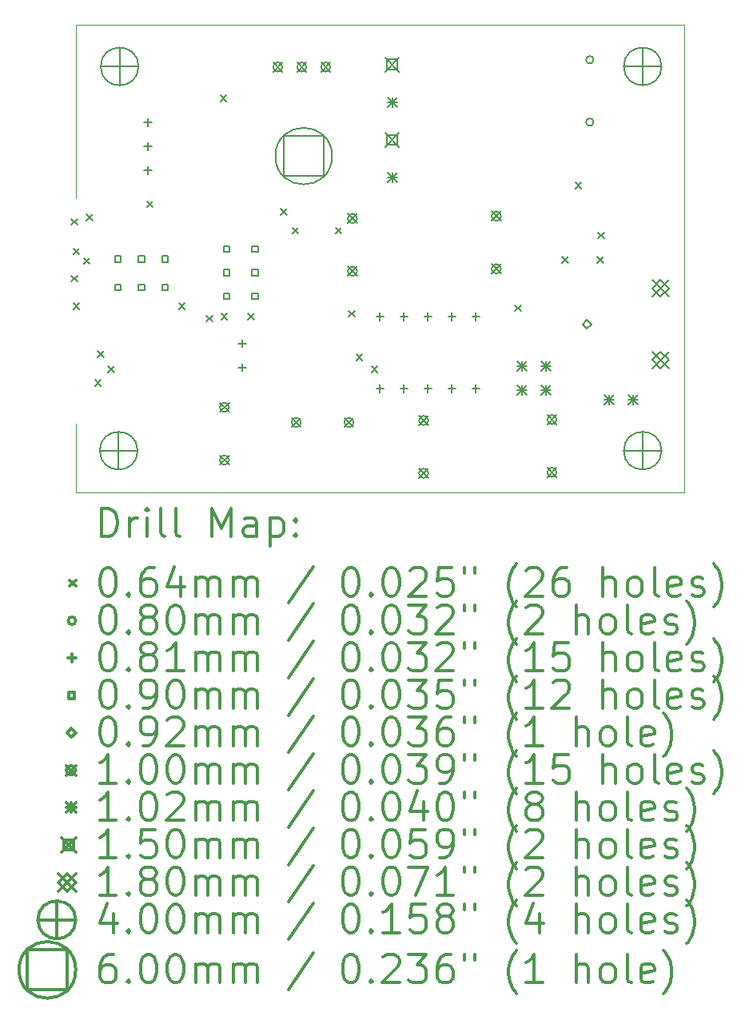
<source format=gbr>
%FSLAX45Y45*%
G04 Gerber Fmt 4.5, Leading zero omitted, Abs format (unit mm)*
G04 Created by KiCad (PCBNEW (2014-10-27 BZR 5228)-product) date 13/01/2015 10:49:19*
%MOMM*%
G01*
G04 APERTURE LIST*
%ADD10C,0.127000*%
%ADD11C,0.100000*%
%ADD12C,0.200000*%
%ADD13C,0.300000*%
G04 APERTURE END LIST*
D10*
D11*
X19440000Y-8450000D02*
X13000000Y-8450000D01*
X19440000Y-3500000D02*
X19440000Y-8450000D01*
X13000000Y-3500000D02*
X19440000Y-3500000D01*
X13000000Y-5340000D02*
X13000000Y-3500000D01*
X13000000Y-7720000D02*
X13000000Y-8450000D01*
D12*
X12948250Y-5555070D02*
X13011750Y-5618570D01*
X13011750Y-5555070D02*
X12948250Y-5618570D01*
X12948250Y-6155070D02*
X13011750Y-6218570D01*
X13011750Y-6155070D02*
X12948250Y-6218570D01*
X12968250Y-5868250D02*
X13031750Y-5931750D01*
X13031750Y-5868250D02*
X12968250Y-5931750D01*
X12968250Y-6448250D02*
X13031750Y-6511750D01*
X13031750Y-6448250D02*
X12968250Y-6511750D01*
X13078250Y-5968250D02*
X13141750Y-6031750D01*
X13141750Y-5968250D02*
X13078250Y-6031750D01*
X13108250Y-5508250D02*
X13171750Y-5571750D01*
X13171750Y-5508250D02*
X13108250Y-5571750D01*
X13198250Y-7258250D02*
X13261750Y-7321750D01*
X13261750Y-7258250D02*
X13198250Y-7321750D01*
X13228250Y-6955070D02*
X13291750Y-7018570D01*
X13291750Y-6955070D02*
X13228250Y-7018570D01*
X13338250Y-7118250D02*
X13401750Y-7181750D01*
X13401750Y-7118250D02*
X13338250Y-7181750D01*
X13748250Y-5368250D02*
X13811750Y-5431750D01*
X13811750Y-5368250D02*
X13748250Y-5431750D01*
X14088250Y-6448250D02*
X14151750Y-6511750D01*
X14151750Y-6448250D02*
X14088250Y-6511750D01*
X14378250Y-6578250D02*
X14441750Y-6641750D01*
X14441750Y-6578250D02*
X14378250Y-6641750D01*
X14528250Y-4248250D02*
X14591750Y-4311750D01*
X14591750Y-4248250D02*
X14528250Y-4311750D01*
X14538250Y-6558250D02*
X14601750Y-6621750D01*
X14601750Y-6558250D02*
X14538250Y-6621750D01*
X14818250Y-6558250D02*
X14881750Y-6621750D01*
X14881750Y-6558250D02*
X14818250Y-6621750D01*
X15168250Y-5448250D02*
X15231750Y-5511750D01*
X15231750Y-5448250D02*
X15168250Y-5511750D01*
X15288250Y-5648250D02*
X15351750Y-5711750D01*
X15351750Y-5648250D02*
X15288250Y-5711750D01*
X15748250Y-5648250D02*
X15811750Y-5711750D01*
X15811750Y-5648250D02*
X15748250Y-5711750D01*
X15888250Y-6528250D02*
X15951750Y-6591750D01*
X15951750Y-6528250D02*
X15888250Y-6591750D01*
X15968250Y-6988250D02*
X16031750Y-7051750D01*
X16031750Y-6988250D02*
X15968250Y-7051750D01*
X16128250Y-7118250D02*
X16191750Y-7181750D01*
X16191750Y-7118250D02*
X16128250Y-7181750D01*
X17648250Y-6468250D02*
X17711750Y-6531750D01*
X17711750Y-6468250D02*
X17648250Y-6531750D01*
X18148250Y-5958250D02*
X18211750Y-6021750D01*
X18211750Y-5958250D02*
X18148250Y-6021750D01*
X18288250Y-5168250D02*
X18351750Y-5231750D01*
X18351750Y-5168250D02*
X18288250Y-5231750D01*
X18518250Y-5958250D02*
X18581750Y-6021750D01*
X18581750Y-5958250D02*
X18518250Y-6021750D01*
X18528250Y-5698250D02*
X18591750Y-5761750D01*
X18591750Y-5698250D02*
X18528250Y-5761750D01*
X18480005Y-3870054D02*
G75*
G03X18480005Y-3870054I-40005J0D01*
G01*
X18480005Y-4529946D02*
G75*
G03X18480005Y-4529946I-40005J0D01*
G01*
X13760000Y-4491360D02*
X13760000Y-4572640D01*
X13719360Y-4532000D02*
X13800640Y-4532000D01*
X13760000Y-4745360D02*
X13760000Y-4826640D01*
X13719360Y-4786000D02*
X13800640Y-4786000D01*
X13760000Y-4999360D02*
X13760000Y-5080640D01*
X13719360Y-5040000D02*
X13800640Y-5040000D01*
X14760000Y-6832360D02*
X14760000Y-6913640D01*
X14719360Y-6873000D02*
X14800640Y-6873000D01*
X14760000Y-7086360D02*
X14760000Y-7167640D01*
X14719360Y-7127000D02*
X14800640Y-7127000D01*
X16217900Y-6550660D02*
X16217900Y-6631940D01*
X16177260Y-6591300D02*
X16258540Y-6591300D01*
X16217900Y-7312660D02*
X16217900Y-7393940D01*
X16177260Y-7353300D02*
X16258540Y-7353300D01*
X16471900Y-6550660D02*
X16471900Y-6631940D01*
X16431260Y-6591300D02*
X16512540Y-6591300D01*
X16471900Y-7312660D02*
X16471900Y-7393940D01*
X16431260Y-7353300D02*
X16512540Y-7353300D01*
X16725900Y-6550660D02*
X16725900Y-6631940D01*
X16685260Y-6591300D02*
X16766540Y-6591300D01*
X16725900Y-7312660D02*
X16725900Y-7393940D01*
X16685260Y-7353300D02*
X16766540Y-7353300D01*
X16979900Y-6550660D02*
X16979900Y-6631940D01*
X16939260Y-6591300D02*
X17020540Y-6591300D01*
X16979900Y-7312660D02*
X16979900Y-7393940D01*
X16939260Y-7353300D02*
X17020540Y-7353300D01*
X17233900Y-6550660D02*
X17233900Y-6631940D01*
X17193260Y-6591300D02*
X17274540Y-6591300D01*
X17233900Y-7312660D02*
X17233900Y-7393940D01*
X17193260Y-7353300D02*
X17274540Y-7353300D01*
X13471820Y-6011820D02*
X13471820Y-5948180D01*
X13408180Y-5948180D01*
X13408180Y-6011820D01*
X13471820Y-6011820D01*
X13471820Y-6311820D02*
X13471820Y-6248180D01*
X13408180Y-6248180D01*
X13408180Y-6311820D01*
X13471820Y-6311820D01*
X13721820Y-6011820D02*
X13721820Y-5948180D01*
X13658180Y-5948180D01*
X13658180Y-6011820D01*
X13721820Y-6011820D01*
X13721820Y-6311820D02*
X13721820Y-6248180D01*
X13658180Y-6248180D01*
X13658180Y-6311820D01*
X13721820Y-6311820D01*
X13971820Y-6011820D02*
X13971820Y-5948180D01*
X13908180Y-5948180D01*
X13908180Y-6011820D01*
X13971820Y-6011820D01*
X13971820Y-6311820D02*
X13971820Y-6248180D01*
X13908180Y-6248180D01*
X13908180Y-6311820D01*
X13971820Y-6311820D01*
X14624120Y-5905950D02*
X14624120Y-5842310D01*
X14560480Y-5842310D01*
X14560480Y-5905950D01*
X14624120Y-5905950D01*
X14624120Y-6155950D02*
X14624120Y-6092310D01*
X14560480Y-6092310D01*
X14560480Y-6155950D01*
X14624120Y-6155950D01*
X14624120Y-6405950D02*
X14624120Y-6342310D01*
X14560480Y-6342310D01*
X14560480Y-6405950D01*
X14624120Y-6405950D01*
X14924120Y-5905950D02*
X14924120Y-5842310D01*
X14860480Y-5842310D01*
X14860480Y-5905950D01*
X14924120Y-5905950D01*
X14924120Y-6155950D02*
X14924120Y-6092310D01*
X14860480Y-6092310D01*
X14860480Y-6155950D01*
X14924120Y-6155950D01*
X14924120Y-6405950D02*
X14924120Y-6342310D01*
X14860480Y-6342310D01*
X14860480Y-6405950D01*
X14924120Y-6405950D01*
X18410000Y-6716000D02*
X18456000Y-6670000D01*
X18410000Y-6624000D01*
X18364000Y-6670000D01*
X18410000Y-6716000D01*
X14519562Y-7500762D02*
X14619638Y-7600838D01*
X14619638Y-7500762D02*
X14519562Y-7600838D01*
X14619638Y-7550800D02*
G75*
G03X14619638Y-7550800I-50038J0D01*
G01*
X14519562Y-8059562D02*
X14619638Y-8159638D01*
X14619638Y-8059562D02*
X14519562Y-8159638D01*
X14619638Y-8109600D02*
G75*
G03X14619638Y-8109600I-50038J0D01*
G01*
X15085314Y-3895090D02*
X15185390Y-3995166D01*
X15185390Y-3895090D02*
X15085314Y-3995166D01*
X15185390Y-3945128D02*
G75*
G03X15185390Y-3945128I-50038J0D01*
G01*
X15280762Y-7660362D02*
X15380838Y-7760438D01*
X15380838Y-7660362D02*
X15280762Y-7760438D01*
X15380838Y-7710400D02*
G75*
G03X15380838Y-7710400I-50038J0D01*
G01*
X15339314Y-3895090D02*
X15439390Y-3995166D01*
X15439390Y-3895090D02*
X15339314Y-3995166D01*
X15439390Y-3945128D02*
G75*
G03X15439390Y-3945128I-50038J0D01*
G01*
X15593314Y-3895090D02*
X15693390Y-3995166D01*
X15693390Y-3895090D02*
X15593314Y-3995166D01*
X15693390Y-3945128D02*
G75*
G03X15693390Y-3945128I-50038J0D01*
G01*
X15839562Y-7660362D02*
X15939638Y-7760438D01*
X15939638Y-7660362D02*
X15839562Y-7760438D01*
X15939638Y-7710400D02*
G75*
G03X15939638Y-7710400I-50038J0D01*
G01*
X15875762Y-5499862D02*
X15975838Y-5599938D01*
X15975838Y-5499862D02*
X15875762Y-5599938D01*
X15975838Y-5549900D02*
G75*
G03X15975838Y-5549900I-50038J0D01*
G01*
X15875762Y-6058662D02*
X15975838Y-6158738D01*
X15975838Y-6058662D02*
X15875762Y-6158738D01*
X15975838Y-6108700D02*
G75*
G03X15975838Y-6108700I-50038J0D01*
G01*
X16630362Y-7640362D02*
X16730438Y-7740438D01*
X16730438Y-7640362D02*
X16630362Y-7740438D01*
X16730438Y-7690400D02*
G75*
G03X16730438Y-7690400I-50038J0D01*
G01*
X16630362Y-8199162D02*
X16730438Y-8299238D01*
X16730438Y-8199162D02*
X16630362Y-8299238D01*
X16730438Y-8249200D02*
G75*
G03X16730438Y-8249200I-50038J0D01*
G01*
X17399762Y-5474462D02*
X17499838Y-5574538D01*
X17499838Y-5474462D02*
X17399762Y-5574538D01*
X17499838Y-5524500D02*
G75*
G03X17499838Y-5524500I-50038J0D01*
G01*
X17399762Y-6033262D02*
X17499838Y-6133338D01*
X17499838Y-6033262D02*
X17399762Y-6133338D01*
X17499838Y-6083300D02*
G75*
G03X17499838Y-6083300I-50038J0D01*
G01*
X17989562Y-7630762D02*
X18089638Y-7730838D01*
X18089638Y-7630762D02*
X17989562Y-7730838D01*
X18089638Y-7680800D02*
G75*
G03X18089638Y-7680800I-50038J0D01*
G01*
X17989562Y-8189562D02*
X18089638Y-8289638D01*
X18089638Y-8189562D02*
X17989562Y-8289638D01*
X18089638Y-8239600D02*
G75*
G03X18089638Y-8239600I-50038J0D01*
G01*
X16295370Y-4269130D02*
X16396970Y-4370730D01*
X16396970Y-4269130D02*
X16295370Y-4370730D01*
X16346170Y-4269130D02*
X16346170Y-4370730D01*
X16295370Y-4319930D02*
X16396970Y-4319930D01*
X16295370Y-5069130D02*
X16396970Y-5170730D01*
X16396970Y-5069130D02*
X16295370Y-5170730D01*
X16346170Y-5069130D02*
X16346170Y-5170730D01*
X16295370Y-5119930D02*
X16396970Y-5119930D01*
X17672200Y-7062200D02*
X17773800Y-7163800D01*
X17773800Y-7062200D02*
X17672200Y-7163800D01*
X17723000Y-7062200D02*
X17723000Y-7163800D01*
X17672200Y-7113000D02*
X17773800Y-7113000D01*
X17672200Y-7316200D02*
X17773800Y-7417800D01*
X17773800Y-7316200D02*
X17672200Y-7417800D01*
X17723000Y-7316200D02*
X17723000Y-7417800D01*
X17672200Y-7367000D02*
X17773800Y-7367000D01*
X17926200Y-7062200D02*
X18027800Y-7163800D01*
X18027800Y-7062200D02*
X17926200Y-7163800D01*
X17977000Y-7062200D02*
X17977000Y-7163800D01*
X17926200Y-7113000D02*
X18027800Y-7113000D01*
X17926200Y-7316200D02*
X18027800Y-7417800D01*
X18027800Y-7316200D02*
X17926200Y-7417800D01*
X17977000Y-7316200D02*
X17977000Y-7417800D01*
X17926200Y-7367000D02*
X18027800Y-7367000D01*
X18592200Y-7419200D02*
X18693800Y-7520800D01*
X18693800Y-7419200D02*
X18592200Y-7520800D01*
X18643000Y-7419200D02*
X18643000Y-7520800D01*
X18592200Y-7470000D02*
X18693800Y-7470000D01*
X18846200Y-7419200D02*
X18947800Y-7520800D01*
X18947800Y-7419200D02*
X18846200Y-7520800D01*
X18897000Y-7419200D02*
X18897000Y-7520800D01*
X18846200Y-7470000D02*
X18947800Y-7470000D01*
X16271170Y-3844930D02*
X16421170Y-3994930D01*
X16421170Y-3844930D02*
X16271170Y-3994930D01*
X16399203Y-3972963D02*
X16399203Y-3866896D01*
X16293136Y-3866896D01*
X16293136Y-3972963D01*
X16399203Y-3972963D01*
X16271170Y-4644930D02*
X16421170Y-4794930D01*
X16421170Y-4644930D02*
X16271170Y-4794930D01*
X16399203Y-4772964D02*
X16399203Y-4666897D01*
X16293136Y-4666897D01*
X16293136Y-4772964D01*
X16399203Y-4772964D01*
X19100000Y-6200000D02*
X19280000Y-6380000D01*
X19280000Y-6200000D02*
X19100000Y-6380000D01*
X19190000Y-6380000D02*
X19280000Y-6290000D01*
X19190000Y-6200000D01*
X19100000Y-6290000D01*
X19190000Y-6380000D01*
X19100000Y-6960000D02*
X19280000Y-7140000D01*
X19280000Y-6960000D02*
X19100000Y-7140000D01*
X19190000Y-7140000D02*
X19280000Y-7050000D01*
X19190000Y-6960000D01*
X19100000Y-7050000D01*
X19190000Y-7140000D01*
X13450000Y-7809975D02*
X13450000Y-8210025D01*
X13249975Y-8010000D02*
X13650025Y-8010000D01*
X13650025Y-8010000D02*
G75*
G03X13650025Y-8010000I-200025J0D01*
G01*
X13460000Y-3739975D02*
X13460000Y-4140025D01*
X13259975Y-3940000D02*
X13660025Y-3940000D01*
X13660025Y-3940000D02*
G75*
G03X13660025Y-3940000I-200025J0D01*
G01*
X19000000Y-3739975D02*
X19000000Y-4140025D01*
X18799975Y-3940000D02*
X19200025Y-3940000D01*
X19200025Y-3940000D02*
G75*
G03X19200025Y-3940000I-200025J0D01*
G01*
X19000000Y-7809975D02*
X19000000Y-8210025D01*
X18799975Y-8010000D02*
X19200025Y-8010000D01*
X19200025Y-8010000D02*
G75*
G03X19200025Y-8010000I-200025J0D01*
G01*
X15622116Y-5102116D02*
X15622116Y-4677884D01*
X15197884Y-4677884D01*
X15197884Y-5102116D01*
X15622116Y-5102116D01*
X15709974Y-4890000D02*
G75*
G03X15709974Y-4890000I-299974J0D01*
G01*
D13*
X13266428Y-8920714D02*
X13266428Y-8620714D01*
X13337857Y-8620714D01*
X13380714Y-8635000D01*
X13409286Y-8663572D01*
X13423571Y-8692143D01*
X13437857Y-8749286D01*
X13437857Y-8792143D01*
X13423571Y-8849286D01*
X13409286Y-8877857D01*
X13380714Y-8906429D01*
X13337857Y-8920714D01*
X13266428Y-8920714D01*
X13566428Y-8920714D02*
X13566428Y-8720714D01*
X13566428Y-8777857D02*
X13580714Y-8749286D01*
X13595000Y-8735000D01*
X13623571Y-8720714D01*
X13652143Y-8720714D01*
X13752143Y-8920714D02*
X13752143Y-8720714D01*
X13752143Y-8620714D02*
X13737857Y-8635000D01*
X13752143Y-8649286D01*
X13766428Y-8635000D01*
X13752143Y-8620714D01*
X13752143Y-8649286D01*
X13937857Y-8920714D02*
X13909286Y-8906429D01*
X13895000Y-8877857D01*
X13895000Y-8620714D01*
X14095000Y-8920714D02*
X14066428Y-8906429D01*
X14052143Y-8877857D01*
X14052143Y-8620714D01*
X14437857Y-8920714D02*
X14437857Y-8620714D01*
X14537857Y-8835000D01*
X14637857Y-8620714D01*
X14637857Y-8920714D01*
X14909286Y-8920714D02*
X14909286Y-8763572D01*
X14895000Y-8735000D01*
X14866428Y-8720714D01*
X14809286Y-8720714D01*
X14780714Y-8735000D01*
X14909286Y-8906429D02*
X14880714Y-8920714D01*
X14809286Y-8920714D01*
X14780714Y-8906429D01*
X14766428Y-8877857D01*
X14766428Y-8849286D01*
X14780714Y-8820714D01*
X14809286Y-8806429D01*
X14880714Y-8806429D01*
X14909286Y-8792143D01*
X15052143Y-8720714D02*
X15052143Y-9020714D01*
X15052143Y-8735000D02*
X15080714Y-8720714D01*
X15137857Y-8720714D01*
X15166428Y-8735000D01*
X15180714Y-8749286D01*
X15195000Y-8777857D01*
X15195000Y-8863572D01*
X15180714Y-8892143D01*
X15166428Y-8906429D01*
X15137857Y-8920714D01*
X15080714Y-8920714D01*
X15052143Y-8906429D01*
X15323571Y-8892143D02*
X15337857Y-8906429D01*
X15323571Y-8920714D01*
X15309286Y-8906429D01*
X15323571Y-8892143D01*
X15323571Y-8920714D01*
X15323571Y-8735000D02*
X15337857Y-8749286D01*
X15323571Y-8763572D01*
X15309286Y-8749286D01*
X15323571Y-8735000D01*
X15323571Y-8763572D01*
X12931500Y-9383250D02*
X12995000Y-9446750D01*
X12995000Y-9383250D02*
X12931500Y-9446750D01*
X13323571Y-9250714D02*
X13352143Y-9250714D01*
X13380714Y-9265000D01*
X13395000Y-9279286D01*
X13409286Y-9307857D01*
X13423571Y-9365000D01*
X13423571Y-9436429D01*
X13409286Y-9493572D01*
X13395000Y-9522143D01*
X13380714Y-9536429D01*
X13352143Y-9550714D01*
X13323571Y-9550714D01*
X13295000Y-9536429D01*
X13280714Y-9522143D01*
X13266428Y-9493572D01*
X13252143Y-9436429D01*
X13252143Y-9365000D01*
X13266428Y-9307857D01*
X13280714Y-9279286D01*
X13295000Y-9265000D01*
X13323571Y-9250714D01*
X13552143Y-9522143D02*
X13566428Y-9536429D01*
X13552143Y-9550714D01*
X13537857Y-9536429D01*
X13552143Y-9522143D01*
X13552143Y-9550714D01*
X13823571Y-9250714D02*
X13766428Y-9250714D01*
X13737857Y-9265000D01*
X13723571Y-9279286D01*
X13695000Y-9322143D01*
X13680714Y-9379286D01*
X13680714Y-9493572D01*
X13695000Y-9522143D01*
X13709286Y-9536429D01*
X13737857Y-9550714D01*
X13795000Y-9550714D01*
X13823571Y-9536429D01*
X13837857Y-9522143D01*
X13852143Y-9493572D01*
X13852143Y-9422143D01*
X13837857Y-9393572D01*
X13823571Y-9379286D01*
X13795000Y-9365000D01*
X13737857Y-9365000D01*
X13709286Y-9379286D01*
X13695000Y-9393572D01*
X13680714Y-9422143D01*
X14109286Y-9350714D02*
X14109286Y-9550714D01*
X14037857Y-9236429D02*
X13966428Y-9450714D01*
X14152143Y-9450714D01*
X14266428Y-9550714D02*
X14266428Y-9350714D01*
X14266428Y-9379286D02*
X14280714Y-9365000D01*
X14309286Y-9350714D01*
X14352143Y-9350714D01*
X14380714Y-9365000D01*
X14395000Y-9393572D01*
X14395000Y-9550714D01*
X14395000Y-9393572D02*
X14409286Y-9365000D01*
X14437857Y-9350714D01*
X14480714Y-9350714D01*
X14509286Y-9365000D01*
X14523571Y-9393572D01*
X14523571Y-9550714D01*
X14666428Y-9550714D02*
X14666428Y-9350714D01*
X14666428Y-9379286D02*
X14680714Y-9365000D01*
X14709286Y-9350714D01*
X14752143Y-9350714D01*
X14780714Y-9365000D01*
X14795000Y-9393572D01*
X14795000Y-9550714D01*
X14795000Y-9393572D02*
X14809286Y-9365000D01*
X14837857Y-9350714D01*
X14880714Y-9350714D01*
X14909286Y-9365000D01*
X14923571Y-9393572D01*
X14923571Y-9550714D01*
X15509286Y-9236429D02*
X15252143Y-9622143D01*
X15895000Y-9250714D02*
X15923571Y-9250714D01*
X15952143Y-9265000D01*
X15966428Y-9279286D01*
X15980714Y-9307857D01*
X15995000Y-9365000D01*
X15995000Y-9436429D01*
X15980714Y-9493572D01*
X15966428Y-9522143D01*
X15952143Y-9536429D01*
X15923571Y-9550714D01*
X15895000Y-9550714D01*
X15866428Y-9536429D01*
X15852143Y-9522143D01*
X15837857Y-9493572D01*
X15823571Y-9436429D01*
X15823571Y-9365000D01*
X15837857Y-9307857D01*
X15852143Y-9279286D01*
X15866428Y-9265000D01*
X15895000Y-9250714D01*
X16123571Y-9522143D02*
X16137857Y-9536429D01*
X16123571Y-9550714D01*
X16109286Y-9536429D01*
X16123571Y-9522143D01*
X16123571Y-9550714D01*
X16323571Y-9250714D02*
X16352143Y-9250714D01*
X16380714Y-9265000D01*
X16395000Y-9279286D01*
X16409285Y-9307857D01*
X16423571Y-9365000D01*
X16423571Y-9436429D01*
X16409285Y-9493572D01*
X16395000Y-9522143D01*
X16380714Y-9536429D01*
X16352143Y-9550714D01*
X16323571Y-9550714D01*
X16295000Y-9536429D01*
X16280714Y-9522143D01*
X16266428Y-9493572D01*
X16252143Y-9436429D01*
X16252143Y-9365000D01*
X16266428Y-9307857D01*
X16280714Y-9279286D01*
X16295000Y-9265000D01*
X16323571Y-9250714D01*
X16537857Y-9279286D02*
X16552143Y-9265000D01*
X16580714Y-9250714D01*
X16652143Y-9250714D01*
X16680714Y-9265000D01*
X16695000Y-9279286D01*
X16709285Y-9307857D01*
X16709285Y-9336429D01*
X16695000Y-9379286D01*
X16523571Y-9550714D01*
X16709285Y-9550714D01*
X16980714Y-9250714D02*
X16837857Y-9250714D01*
X16823571Y-9393572D01*
X16837857Y-9379286D01*
X16866428Y-9365000D01*
X16937857Y-9365000D01*
X16966428Y-9379286D01*
X16980714Y-9393572D01*
X16995000Y-9422143D01*
X16995000Y-9493572D01*
X16980714Y-9522143D01*
X16966428Y-9536429D01*
X16937857Y-9550714D01*
X16866428Y-9550714D01*
X16837857Y-9536429D01*
X16823571Y-9522143D01*
X17109286Y-9250714D02*
X17109286Y-9307857D01*
X17223571Y-9250714D02*
X17223571Y-9307857D01*
X17666428Y-9665000D02*
X17652143Y-9650714D01*
X17623571Y-9607857D01*
X17609286Y-9579286D01*
X17595000Y-9536429D01*
X17580714Y-9465000D01*
X17580714Y-9407857D01*
X17595000Y-9336429D01*
X17609286Y-9293572D01*
X17623571Y-9265000D01*
X17652143Y-9222143D01*
X17666428Y-9207857D01*
X17766428Y-9279286D02*
X17780714Y-9265000D01*
X17809286Y-9250714D01*
X17880714Y-9250714D01*
X17909286Y-9265000D01*
X17923571Y-9279286D01*
X17937857Y-9307857D01*
X17937857Y-9336429D01*
X17923571Y-9379286D01*
X17752143Y-9550714D01*
X17937857Y-9550714D01*
X18195000Y-9250714D02*
X18137857Y-9250714D01*
X18109286Y-9265000D01*
X18095000Y-9279286D01*
X18066428Y-9322143D01*
X18052143Y-9379286D01*
X18052143Y-9493572D01*
X18066428Y-9522143D01*
X18080714Y-9536429D01*
X18109286Y-9550714D01*
X18166428Y-9550714D01*
X18195000Y-9536429D01*
X18209286Y-9522143D01*
X18223571Y-9493572D01*
X18223571Y-9422143D01*
X18209286Y-9393572D01*
X18195000Y-9379286D01*
X18166428Y-9365000D01*
X18109286Y-9365000D01*
X18080714Y-9379286D01*
X18066428Y-9393572D01*
X18052143Y-9422143D01*
X18580714Y-9550714D02*
X18580714Y-9250714D01*
X18709286Y-9550714D02*
X18709286Y-9393572D01*
X18695000Y-9365000D01*
X18666428Y-9350714D01*
X18623571Y-9350714D01*
X18595000Y-9365000D01*
X18580714Y-9379286D01*
X18895000Y-9550714D02*
X18866428Y-9536429D01*
X18852143Y-9522143D01*
X18837857Y-9493572D01*
X18837857Y-9407857D01*
X18852143Y-9379286D01*
X18866428Y-9365000D01*
X18895000Y-9350714D01*
X18937857Y-9350714D01*
X18966428Y-9365000D01*
X18980714Y-9379286D01*
X18995000Y-9407857D01*
X18995000Y-9493572D01*
X18980714Y-9522143D01*
X18966428Y-9536429D01*
X18937857Y-9550714D01*
X18895000Y-9550714D01*
X19166428Y-9550714D02*
X19137857Y-9536429D01*
X19123571Y-9507857D01*
X19123571Y-9250714D01*
X19395000Y-9536429D02*
X19366429Y-9550714D01*
X19309286Y-9550714D01*
X19280714Y-9536429D01*
X19266429Y-9507857D01*
X19266429Y-9393572D01*
X19280714Y-9365000D01*
X19309286Y-9350714D01*
X19366429Y-9350714D01*
X19395000Y-9365000D01*
X19409286Y-9393572D01*
X19409286Y-9422143D01*
X19266429Y-9450714D01*
X19523571Y-9536429D02*
X19552143Y-9550714D01*
X19609286Y-9550714D01*
X19637857Y-9536429D01*
X19652143Y-9507857D01*
X19652143Y-9493572D01*
X19637857Y-9465000D01*
X19609286Y-9450714D01*
X19566429Y-9450714D01*
X19537857Y-9436429D01*
X19523571Y-9407857D01*
X19523571Y-9393572D01*
X19537857Y-9365000D01*
X19566429Y-9350714D01*
X19609286Y-9350714D01*
X19637857Y-9365000D01*
X19752143Y-9665000D02*
X19766429Y-9650714D01*
X19795000Y-9607857D01*
X19809286Y-9579286D01*
X19823571Y-9536429D01*
X19837857Y-9465000D01*
X19837857Y-9407857D01*
X19823571Y-9336429D01*
X19809286Y-9293572D01*
X19795000Y-9265000D01*
X19766429Y-9222143D01*
X19752143Y-9207857D01*
X12995000Y-9811000D02*
G75*
G03X12995000Y-9811000I-40005J0D01*
G01*
X13323571Y-9646714D02*
X13352143Y-9646714D01*
X13380714Y-9661000D01*
X13395000Y-9675286D01*
X13409286Y-9703857D01*
X13423571Y-9761000D01*
X13423571Y-9832429D01*
X13409286Y-9889572D01*
X13395000Y-9918143D01*
X13380714Y-9932429D01*
X13352143Y-9946714D01*
X13323571Y-9946714D01*
X13295000Y-9932429D01*
X13280714Y-9918143D01*
X13266428Y-9889572D01*
X13252143Y-9832429D01*
X13252143Y-9761000D01*
X13266428Y-9703857D01*
X13280714Y-9675286D01*
X13295000Y-9661000D01*
X13323571Y-9646714D01*
X13552143Y-9918143D02*
X13566428Y-9932429D01*
X13552143Y-9946714D01*
X13537857Y-9932429D01*
X13552143Y-9918143D01*
X13552143Y-9946714D01*
X13737857Y-9775286D02*
X13709286Y-9761000D01*
X13695000Y-9746714D01*
X13680714Y-9718143D01*
X13680714Y-9703857D01*
X13695000Y-9675286D01*
X13709286Y-9661000D01*
X13737857Y-9646714D01*
X13795000Y-9646714D01*
X13823571Y-9661000D01*
X13837857Y-9675286D01*
X13852143Y-9703857D01*
X13852143Y-9718143D01*
X13837857Y-9746714D01*
X13823571Y-9761000D01*
X13795000Y-9775286D01*
X13737857Y-9775286D01*
X13709286Y-9789572D01*
X13695000Y-9803857D01*
X13680714Y-9832429D01*
X13680714Y-9889572D01*
X13695000Y-9918143D01*
X13709286Y-9932429D01*
X13737857Y-9946714D01*
X13795000Y-9946714D01*
X13823571Y-9932429D01*
X13837857Y-9918143D01*
X13852143Y-9889572D01*
X13852143Y-9832429D01*
X13837857Y-9803857D01*
X13823571Y-9789572D01*
X13795000Y-9775286D01*
X14037857Y-9646714D02*
X14066428Y-9646714D01*
X14095000Y-9661000D01*
X14109286Y-9675286D01*
X14123571Y-9703857D01*
X14137857Y-9761000D01*
X14137857Y-9832429D01*
X14123571Y-9889572D01*
X14109286Y-9918143D01*
X14095000Y-9932429D01*
X14066428Y-9946714D01*
X14037857Y-9946714D01*
X14009286Y-9932429D01*
X13995000Y-9918143D01*
X13980714Y-9889572D01*
X13966428Y-9832429D01*
X13966428Y-9761000D01*
X13980714Y-9703857D01*
X13995000Y-9675286D01*
X14009286Y-9661000D01*
X14037857Y-9646714D01*
X14266428Y-9946714D02*
X14266428Y-9746714D01*
X14266428Y-9775286D02*
X14280714Y-9761000D01*
X14309286Y-9746714D01*
X14352143Y-9746714D01*
X14380714Y-9761000D01*
X14395000Y-9789572D01*
X14395000Y-9946714D01*
X14395000Y-9789572D02*
X14409286Y-9761000D01*
X14437857Y-9746714D01*
X14480714Y-9746714D01*
X14509286Y-9761000D01*
X14523571Y-9789572D01*
X14523571Y-9946714D01*
X14666428Y-9946714D02*
X14666428Y-9746714D01*
X14666428Y-9775286D02*
X14680714Y-9761000D01*
X14709286Y-9746714D01*
X14752143Y-9746714D01*
X14780714Y-9761000D01*
X14795000Y-9789572D01*
X14795000Y-9946714D01*
X14795000Y-9789572D02*
X14809286Y-9761000D01*
X14837857Y-9746714D01*
X14880714Y-9746714D01*
X14909286Y-9761000D01*
X14923571Y-9789572D01*
X14923571Y-9946714D01*
X15509286Y-9632429D02*
X15252143Y-10018143D01*
X15895000Y-9646714D02*
X15923571Y-9646714D01*
X15952143Y-9661000D01*
X15966428Y-9675286D01*
X15980714Y-9703857D01*
X15995000Y-9761000D01*
X15995000Y-9832429D01*
X15980714Y-9889572D01*
X15966428Y-9918143D01*
X15952143Y-9932429D01*
X15923571Y-9946714D01*
X15895000Y-9946714D01*
X15866428Y-9932429D01*
X15852143Y-9918143D01*
X15837857Y-9889572D01*
X15823571Y-9832429D01*
X15823571Y-9761000D01*
X15837857Y-9703857D01*
X15852143Y-9675286D01*
X15866428Y-9661000D01*
X15895000Y-9646714D01*
X16123571Y-9918143D02*
X16137857Y-9932429D01*
X16123571Y-9946714D01*
X16109286Y-9932429D01*
X16123571Y-9918143D01*
X16123571Y-9946714D01*
X16323571Y-9646714D02*
X16352143Y-9646714D01*
X16380714Y-9661000D01*
X16395000Y-9675286D01*
X16409285Y-9703857D01*
X16423571Y-9761000D01*
X16423571Y-9832429D01*
X16409285Y-9889572D01*
X16395000Y-9918143D01*
X16380714Y-9932429D01*
X16352143Y-9946714D01*
X16323571Y-9946714D01*
X16295000Y-9932429D01*
X16280714Y-9918143D01*
X16266428Y-9889572D01*
X16252143Y-9832429D01*
X16252143Y-9761000D01*
X16266428Y-9703857D01*
X16280714Y-9675286D01*
X16295000Y-9661000D01*
X16323571Y-9646714D01*
X16523571Y-9646714D02*
X16709285Y-9646714D01*
X16609285Y-9761000D01*
X16652143Y-9761000D01*
X16680714Y-9775286D01*
X16695000Y-9789572D01*
X16709285Y-9818143D01*
X16709285Y-9889572D01*
X16695000Y-9918143D01*
X16680714Y-9932429D01*
X16652143Y-9946714D01*
X16566428Y-9946714D01*
X16537857Y-9932429D01*
X16523571Y-9918143D01*
X16823571Y-9675286D02*
X16837857Y-9661000D01*
X16866428Y-9646714D01*
X16937857Y-9646714D01*
X16966428Y-9661000D01*
X16980714Y-9675286D01*
X16995000Y-9703857D01*
X16995000Y-9732429D01*
X16980714Y-9775286D01*
X16809286Y-9946714D01*
X16995000Y-9946714D01*
X17109286Y-9646714D02*
X17109286Y-9703857D01*
X17223571Y-9646714D02*
X17223571Y-9703857D01*
X17666428Y-10061000D02*
X17652143Y-10046714D01*
X17623571Y-10003857D01*
X17609286Y-9975286D01*
X17595000Y-9932429D01*
X17580714Y-9861000D01*
X17580714Y-9803857D01*
X17595000Y-9732429D01*
X17609286Y-9689572D01*
X17623571Y-9661000D01*
X17652143Y-9618143D01*
X17666428Y-9603857D01*
X17766428Y-9675286D02*
X17780714Y-9661000D01*
X17809286Y-9646714D01*
X17880714Y-9646714D01*
X17909286Y-9661000D01*
X17923571Y-9675286D01*
X17937857Y-9703857D01*
X17937857Y-9732429D01*
X17923571Y-9775286D01*
X17752143Y-9946714D01*
X17937857Y-9946714D01*
X18295000Y-9946714D02*
X18295000Y-9646714D01*
X18423571Y-9946714D02*
X18423571Y-9789572D01*
X18409286Y-9761000D01*
X18380714Y-9746714D01*
X18337857Y-9746714D01*
X18309286Y-9761000D01*
X18295000Y-9775286D01*
X18609286Y-9946714D02*
X18580714Y-9932429D01*
X18566428Y-9918143D01*
X18552143Y-9889572D01*
X18552143Y-9803857D01*
X18566428Y-9775286D01*
X18580714Y-9761000D01*
X18609286Y-9746714D01*
X18652143Y-9746714D01*
X18680714Y-9761000D01*
X18695000Y-9775286D01*
X18709286Y-9803857D01*
X18709286Y-9889572D01*
X18695000Y-9918143D01*
X18680714Y-9932429D01*
X18652143Y-9946714D01*
X18609286Y-9946714D01*
X18880714Y-9946714D02*
X18852143Y-9932429D01*
X18837857Y-9903857D01*
X18837857Y-9646714D01*
X19109286Y-9932429D02*
X19080714Y-9946714D01*
X19023571Y-9946714D01*
X18995000Y-9932429D01*
X18980714Y-9903857D01*
X18980714Y-9789572D01*
X18995000Y-9761000D01*
X19023571Y-9746714D01*
X19080714Y-9746714D01*
X19109286Y-9761000D01*
X19123571Y-9789572D01*
X19123571Y-9818143D01*
X18980714Y-9846714D01*
X19237857Y-9932429D02*
X19266429Y-9946714D01*
X19323571Y-9946714D01*
X19352143Y-9932429D01*
X19366429Y-9903857D01*
X19366429Y-9889572D01*
X19352143Y-9861000D01*
X19323571Y-9846714D01*
X19280714Y-9846714D01*
X19252143Y-9832429D01*
X19237857Y-9803857D01*
X19237857Y-9789572D01*
X19252143Y-9761000D01*
X19280714Y-9746714D01*
X19323571Y-9746714D01*
X19352143Y-9761000D01*
X19466428Y-10061000D02*
X19480714Y-10046714D01*
X19509286Y-10003857D01*
X19523571Y-9975286D01*
X19537857Y-9932429D01*
X19552143Y-9861000D01*
X19552143Y-9803857D01*
X19537857Y-9732429D01*
X19523571Y-9689572D01*
X19509286Y-9661000D01*
X19480714Y-9618143D01*
X19466428Y-9603857D01*
X12954360Y-10166360D02*
X12954360Y-10247640D01*
X12913720Y-10207000D02*
X12995000Y-10207000D01*
X13323571Y-10042714D02*
X13352143Y-10042714D01*
X13380714Y-10057000D01*
X13395000Y-10071286D01*
X13409286Y-10099857D01*
X13423571Y-10157000D01*
X13423571Y-10228429D01*
X13409286Y-10285572D01*
X13395000Y-10314143D01*
X13380714Y-10328429D01*
X13352143Y-10342714D01*
X13323571Y-10342714D01*
X13295000Y-10328429D01*
X13280714Y-10314143D01*
X13266428Y-10285572D01*
X13252143Y-10228429D01*
X13252143Y-10157000D01*
X13266428Y-10099857D01*
X13280714Y-10071286D01*
X13295000Y-10057000D01*
X13323571Y-10042714D01*
X13552143Y-10314143D02*
X13566428Y-10328429D01*
X13552143Y-10342714D01*
X13537857Y-10328429D01*
X13552143Y-10314143D01*
X13552143Y-10342714D01*
X13737857Y-10171286D02*
X13709286Y-10157000D01*
X13695000Y-10142714D01*
X13680714Y-10114143D01*
X13680714Y-10099857D01*
X13695000Y-10071286D01*
X13709286Y-10057000D01*
X13737857Y-10042714D01*
X13795000Y-10042714D01*
X13823571Y-10057000D01*
X13837857Y-10071286D01*
X13852143Y-10099857D01*
X13852143Y-10114143D01*
X13837857Y-10142714D01*
X13823571Y-10157000D01*
X13795000Y-10171286D01*
X13737857Y-10171286D01*
X13709286Y-10185572D01*
X13695000Y-10199857D01*
X13680714Y-10228429D01*
X13680714Y-10285572D01*
X13695000Y-10314143D01*
X13709286Y-10328429D01*
X13737857Y-10342714D01*
X13795000Y-10342714D01*
X13823571Y-10328429D01*
X13837857Y-10314143D01*
X13852143Y-10285572D01*
X13852143Y-10228429D01*
X13837857Y-10199857D01*
X13823571Y-10185572D01*
X13795000Y-10171286D01*
X14137857Y-10342714D02*
X13966428Y-10342714D01*
X14052143Y-10342714D02*
X14052143Y-10042714D01*
X14023571Y-10085572D01*
X13995000Y-10114143D01*
X13966428Y-10128429D01*
X14266428Y-10342714D02*
X14266428Y-10142714D01*
X14266428Y-10171286D02*
X14280714Y-10157000D01*
X14309286Y-10142714D01*
X14352143Y-10142714D01*
X14380714Y-10157000D01*
X14395000Y-10185572D01*
X14395000Y-10342714D01*
X14395000Y-10185572D02*
X14409286Y-10157000D01*
X14437857Y-10142714D01*
X14480714Y-10142714D01*
X14509286Y-10157000D01*
X14523571Y-10185572D01*
X14523571Y-10342714D01*
X14666428Y-10342714D02*
X14666428Y-10142714D01*
X14666428Y-10171286D02*
X14680714Y-10157000D01*
X14709286Y-10142714D01*
X14752143Y-10142714D01*
X14780714Y-10157000D01*
X14795000Y-10185572D01*
X14795000Y-10342714D01*
X14795000Y-10185572D02*
X14809286Y-10157000D01*
X14837857Y-10142714D01*
X14880714Y-10142714D01*
X14909286Y-10157000D01*
X14923571Y-10185572D01*
X14923571Y-10342714D01*
X15509286Y-10028429D02*
X15252143Y-10414143D01*
X15895000Y-10042714D02*
X15923571Y-10042714D01*
X15952143Y-10057000D01*
X15966428Y-10071286D01*
X15980714Y-10099857D01*
X15995000Y-10157000D01*
X15995000Y-10228429D01*
X15980714Y-10285572D01*
X15966428Y-10314143D01*
X15952143Y-10328429D01*
X15923571Y-10342714D01*
X15895000Y-10342714D01*
X15866428Y-10328429D01*
X15852143Y-10314143D01*
X15837857Y-10285572D01*
X15823571Y-10228429D01*
X15823571Y-10157000D01*
X15837857Y-10099857D01*
X15852143Y-10071286D01*
X15866428Y-10057000D01*
X15895000Y-10042714D01*
X16123571Y-10314143D02*
X16137857Y-10328429D01*
X16123571Y-10342714D01*
X16109286Y-10328429D01*
X16123571Y-10314143D01*
X16123571Y-10342714D01*
X16323571Y-10042714D02*
X16352143Y-10042714D01*
X16380714Y-10057000D01*
X16395000Y-10071286D01*
X16409285Y-10099857D01*
X16423571Y-10157000D01*
X16423571Y-10228429D01*
X16409285Y-10285572D01*
X16395000Y-10314143D01*
X16380714Y-10328429D01*
X16352143Y-10342714D01*
X16323571Y-10342714D01*
X16295000Y-10328429D01*
X16280714Y-10314143D01*
X16266428Y-10285572D01*
X16252143Y-10228429D01*
X16252143Y-10157000D01*
X16266428Y-10099857D01*
X16280714Y-10071286D01*
X16295000Y-10057000D01*
X16323571Y-10042714D01*
X16523571Y-10042714D02*
X16709285Y-10042714D01*
X16609285Y-10157000D01*
X16652143Y-10157000D01*
X16680714Y-10171286D01*
X16695000Y-10185572D01*
X16709285Y-10214143D01*
X16709285Y-10285572D01*
X16695000Y-10314143D01*
X16680714Y-10328429D01*
X16652143Y-10342714D01*
X16566428Y-10342714D01*
X16537857Y-10328429D01*
X16523571Y-10314143D01*
X16823571Y-10071286D02*
X16837857Y-10057000D01*
X16866428Y-10042714D01*
X16937857Y-10042714D01*
X16966428Y-10057000D01*
X16980714Y-10071286D01*
X16995000Y-10099857D01*
X16995000Y-10128429D01*
X16980714Y-10171286D01*
X16809286Y-10342714D01*
X16995000Y-10342714D01*
X17109286Y-10042714D02*
X17109286Y-10099857D01*
X17223571Y-10042714D02*
X17223571Y-10099857D01*
X17666428Y-10457000D02*
X17652143Y-10442714D01*
X17623571Y-10399857D01*
X17609286Y-10371286D01*
X17595000Y-10328429D01*
X17580714Y-10257000D01*
X17580714Y-10199857D01*
X17595000Y-10128429D01*
X17609286Y-10085572D01*
X17623571Y-10057000D01*
X17652143Y-10014143D01*
X17666428Y-9999857D01*
X17937857Y-10342714D02*
X17766428Y-10342714D01*
X17852143Y-10342714D02*
X17852143Y-10042714D01*
X17823571Y-10085572D01*
X17795000Y-10114143D01*
X17766428Y-10128429D01*
X18209286Y-10042714D02*
X18066428Y-10042714D01*
X18052143Y-10185572D01*
X18066428Y-10171286D01*
X18095000Y-10157000D01*
X18166428Y-10157000D01*
X18195000Y-10171286D01*
X18209286Y-10185572D01*
X18223571Y-10214143D01*
X18223571Y-10285572D01*
X18209286Y-10314143D01*
X18195000Y-10328429D01*
X18166428Y-10342714D01*
X18095000Y-10342714D01*
X18066428Y-10328429D01*
X18052143Y-10314143D01*
X18580714Y-10342714D02*
X18580714Y-10042714D01*
X18709286Y-10342714D02*
X18709286Y-10185572D01*
X18695000Y-10157000D01*
X18666428Y-10142714D01*
X18623571Y-10142714D01*
X18595000Y-10157000D01*
X18580714Y-10171286D01*
X18895000Y-10342714D02*
X18866428Y-10328429D01*
X18852143Y-10314143D01*
X18837857Y-10285572D01*
X18837857Y-10199857D01*
X18852143Y-10171286D01*
X18866428Y-10157000D01*
X18895000Y-10142714D01*
X18937857Y-10142714D01*
X18966428Y-10157000D01*
X18980714Y-10171286D01*
X18995000Y-10199857D01*
X18995000Y-10285572D01*
X18980714Y-10314143D01*
X18966428Y-10328429D01*
X18937857Y-10342714D01*
X18895000Y-10342714D01*
X19166428Y-10342714D02*
X19137857Y-10328429D01*
X19123571Y-10299857D01*
X19123571Y-10042714D01*
X19395000Y-10328429D02*
X19366429Y-10342714D01*
X19309286Y-10342714D01*
X19280714Y-10328429D01*
X19266429Y-10299857D01*
X19266429Y-10185572D01*
X19280714Y-10157000D01*
X19309286Y-10142714D01*
X19366429Y-10142714D01*
X19395000Y-10157000D01*
X19409286Y-10185572D01*
X19409286Y-10214143D01*
X19266429Y-10242714D01*
X19523571Y-10328429D02*
X19552143Y-10342714D01*
X19609286Y-10342714D01*
X19637857Y-10328429D01*
X19652143Y-10299857D01*
X19652143Y-10285572D01*
X19637857Y-10257000D01*
X19609286Y-10242714D01*
X19566429Y-10242714D01*
X19537857Y-10228429D01*
X19523571Y-10199857D01*
X19523571Y-10185572D01*
X19537857Y-10157000D01*
X19566429Y-10142714D01*
X19609286Y-10142714D01*
X19637857Y-10157000D01*
X19752143Y-10457000D02*
X19766429Y-10442714D01*
X19795000Y-10399857D01*
X19809286Y-10371286D01*
X19823571Y-10328429D01*
X19837857Y-10257000D01*
X19837857Y-10199857D01*
X19823571Y-10128429D01*
X19809286Y-10085572D01*
X19795000Y-10057000D01*
X19766429Y-10014143D01*
X19752143Y-9999857D01*
X12981820Y-10634820D02*
X12981820Y-10571180D01*
X12918180Y-10571180D01*
X12918180Y-10634820D01*
X12981820Y-10634820D01*
X13323571Y-10438714D02*
X13352143Y-10438714D01*
X13380714Y-10453000D01*
X13395000Y-10467286D01*
X13409286Y-10495857D01*
X13423571Y-10553000D01*
X13423571Y-10624429D01*
X13409286Y-10681572D01*
X13395000Y-10710143D01*
X13380714Y-10724429D01*
X13352143Y-10738714D01*
X13323571Y-10738714D01*
X13295000Y-10724429D01*
X13280714Y-10710143D01*
X13266428Y-10681572D01*
X13252143Y-10624429D01*
X13252143Y-10553000D01*
X13266428Y-10495857D01*
X13280714Y-10467286D01*
X13295000Y-10453000D01*
X13323571Y-10438714D01*
X13552143Y-10710143D02*
X13566428Y-10724429D01*
X13552143Y-10738714D01*
X13537857Y-10724429D01*
X13552143Y-10710143D01*
X13552143Y-10738714D01*
X13709286Y-10738714D02*
X13766428Y-10738714D01*
X13795000Y-10724429D01*
X13809286Y-10710143D01*
X13837857Y-10667286D01*
X13852143Y-10610143D01*
X13852143Y-10495857D01*
X13837857Y-10467286D01*
X13823571Y-10453000D01*
X13795000Y-10438714D01*
X13737857Y-10438714D01*
X13709286Y-10453000D01*
X13695000Y-10467286D01*
X13680714Y-10495857D01*
X13680714Y-10567286D01*
X13695000Y-10595857D01*
X13709286Y-10610143D01*
X13737857Y-10624429D01*
X13795000Y-10624429D01*
X13823571Y-10610143D01*
X13837857Y-10595857D01*
X13852143Y-10567286D01*
X14037857Y-10438714D02*
X14066428Y-10438714D01*
X14095000Y-10453000D01*
X14109286Y-10467286D01*
X14123571Y-10495857D01*
X14137857Y-10553000D01*
X14137857Y-10624429D01*
X14123571Y-10681572D01*
X14109286Y-10710143D01*
X14095000Y-10724429D01*
X14066428Y-10738714D01*
X14037857Y-10738714D01*
X14009286Y-10724429D01*
X13995000Y-10710143D01*
X13980714Y-10681572D01*
X13966428Y-10624429D01*
X13966428Y-10553000D01*
X13980714Y-10495857D01*
X13995000Y-10467286D01*
X14009286Y-10453000D01*
X14037857Y-10438714D01*
X14266428Y-10738714D02*
X14266428Y-10538714D01*
X14266428Y-10567286D02*
X14280714Y-10553000D01*
X14309286Y-10538714D01*
X14352143Y-10538714D01*
X14380714Y-10553000D01*
X14395000Y-10581572D01*
X14395000Y-10738714D01*
X14395000Y-10581572D02*
X14409286Y-10553000D01*
X14437857Y-10538714D01*
X14480714Y-10538714D01*
X14509286Y-10553000D01*
X14523571Y-10581572D01*
X14523571Y-10738714D01*
X14666428Y-10738714D02*
X14666428Y-10538714D01*
X14666428Y-10567286D02*
X14680714Y-10553000D01*
X14709286Y-10538714D01*
X14752143Y-10538714D01*
X14780714Y-10553000D01*
X14795000Y-10581572D01*
X14795000Y-10738714D01*
X14795000Y-10581572D02*
X14809286Y-10553000D01*
X14837857Y-10538714D01*
X14880714Y-10538714D01*
X14909286Y-10553000D01*
X14923571Y-10581572D01*
X14923571Y-10738714D01*
X15509286Y-10424429D02*
X15252143Y-10810143D01*
X15895000Y-10438714D02*
X15923571Y-10438714D01*
X15952143Y-10453000D01*
X15966428Y-10467286D01*
X15980714Y-10495857D01*
X15995000Y-10553000D01*
X15995000Y-10624429D01*
X15980714Y-10681572D01*
X15966428Y-10710143D01*
X15952143Y-10724429D01*
X15923571Y-10738714D01*
X15895000Y-10738714D01*
X15866428Y-10724429D01*
X15852143Y-10710143D01*
X15837857Y-10681572D01*
X15823571Y-10624429D01*
X15823571Y-10553000D01*
X15837857Y-10495857D01*
X15852143Y-10467286D01*
X15866428Y-10453000D01*
X15895000Y-10438714D01*
X16123571Y-10710143D02*
X16137857Y-10724429D01*
X16123571Y-10738714D01*
X16109286Y-10724429D01*
X16123571Y-10710143D01*
X16123571Y-10738714D01*
X16323571Y-10438714D02*
X16352143Y-10438714D01*
X16380714Y-10453000D01*
X16395000Y-10467286D01*
X16409285Y-10495857D01*
X16423571Y-10553000D01*
X16423571Y-10624429D01*
X16409285Y-10681572D01*
X16395000Y-10710143D01*
X16380714Y-10724429D01*
X16352143Y-10738714D01*
X16323571Y-10738714D01*
X16295000Y-10724429D01*
X16280714Y-10710143D01*
X16266428Y-10681572D01*
X16252143Y-10624429D01*
X16252143Y-10553000D01*
X16266428Y-10495857D01*
X16280714Y-10467286D01*
X16295000Y-10453000D01*
X16323571Y-10438714D01*
X16523571Y-10438714D02*
X16709285Y-10438714D01*
X16609285Y-10553000D01*
X16652143Y-10553000D01*
X16680714Y-10567286D01*
X16695000Y-10581572D01*
X16709285Y-10610143D01*
X16709285Y-10681572D01*
X16695000Y-10710143D01*
X16680714Y-10724429D01*
X16652143Y-10738714D01*
X16566428Y-10738714D01*
X16537857Y-10724429D01*
X16523571Y-10710143D01*
X16980714Y-10438714D02*
X16837857Y-10438714D01*
X16823571Y-10581572D01*
X16837857Y-10567286D01*
X16866428Y-10553000D01*
X16937857Y-10553000D01*
X16966428Y-10567286D01*
X16980714Y-10581572D01*
X16995000Y-10610143D01*
X16995000Y-10681572D01*
X16980714Y-10710143D01*
X16966428Y-10724429D01*
X16937857Y-10738714D01*
X16866428Y-10738714D01*
X16837857Y-10724429D01*
X16823571Y-10710143D01*
X17109286Y-10438714D02*
X17109286Y-10495857D01*
X17223571Y-10438714D02*
X17223571Y-10495857D01*
X17666428Y-10853000D02*
X17652143Y-10838714D01*
X17623571Y-10795857D01*
X17609286Y-10767286D01*
X17595000Y-10724429D01*
X17580714Y-10653000D01*
X17580714Y-10595857D01*
X17595000Y-10524429D01*
X17609286Y-10481572D01*
X17623571Y-10453000D01*
X17652143Y-10410143D01*
X17666428Y-10395857D01*
X17937857Y-10738714D02*
X17766428Y-10738714D01*
X17852143Y-10738714D02*
X17852143Y-10438714D01*
X17823571Y-10481572D01*
X17795000Y-10510143D01*
X17766428Y-10524429D01*
X18052143Y-10467286D02*
X18066428Y-10453000D01*
X18095000Y-10438714D01*
X18166428Y-10438714D01*
X18195000Y-10453000D01*
X18209286Y-10467286D01*
X18223571Y-10495857D01*
X18223571Y-10524429D01*
X18209286Y-10567286D01*
X18037857Y-10738714D01*
X18223571Y-10738714D01*
X18580714Y-10738714D02*
X18580714Y-10438714D01*
X18709286Y-10738714D02*
X18709286Y-10581572D01*
X18695000Y-10553000D01*
X18666428Y-10538714D01*
X18623571Y-10538714D01*
X18595000Y-10553000D01*
X18580714Y-10567286D01*
X18895000Y-10738714D02*
X18866428Y-10724429D01*
X18852143Y-10710143D01*
X18837857Y-10681572D01*
X18837857Y-10595857D01*
X18852143Y-10567286D01*
X18866428Y-10553000D01*
X18895000Y-10538714D01*
X18937857Y-10538714D01*
X18966428Y-10553000D01*
X18980714Y-10567286D01*
X18995000Y-10595857D01*
X18995000Y-10681572D01*
X18980714Y-10710143D01*
X18966428Y-10724429D01*
X18937857Y-10738714D01*
X18895000Y-10738714D01*
X19166428Y-10738714D02*
X19137857Y-10724429D01*
X19123571Y-10695857D01*
X19123571Y-10438714D01*
X19395000Y-10724429D02*
X19366429Y-10738714D01*
X19309286Y-10738714D01*
X19280714Y-10724429D01*
X19266429Y-10695857D01*
X19266429Y-10581572D01*
X19280714Y-10553000D01*
X19309286Y-10538714D01*
X19366429Y-10538714D01*
X19395000Y-10553000D01*
X19409286Y-10581572D01*
X19409286Y-10610143D01*
X19266429Y-10638714D01*
X19523571Y-10724429D02*
X19552143Y-10738714D01*
X19609286Y-10738714D01*
X19637857Y-10724429D01*
X19652143Y-10695857D01*
X19652143Y-10681572D01*
X19637857Y-10653000D01*
X19609286Y-10638714D01*
X19566429Y-10638714D01*
X19537857Y-10624429D01*
X19523571Y-10595857D01*
X19523571Y-10581572D01*
X19537857Y-10553000D01*
X19566429Y-10538714D01*
X19609286Y-10538714D01*
X19637857Y-10553000D01*
X19752143Y-10853000D02*
X19766429Y-10838714D01*
X19795000Y-10795857D01*
X19809286Y-10767286D01*
X19823571Y-10724429D01*
X19837857Y-10653000D01*
X19837857Y-10595857D01*
X19823571Y-10524429D01*
X19809286Y-10481572D01*
X19795000Y-10453000D01*
X19766429Y-10410143D01*
X19752143Y-10395857D01*
X12949000Y-11045000D02*
X12995000Y-10999000D01*
X12949000Y-10953000D01*
X12903000Y-10999000D01*
X12949000Y-11045000D01*
X13323571Y-10834714D02*
X13352143Y-10834714D01*
X13380714Y-10849000D01*
X13395000Y-10863286D01*
X13409286Y-10891857D01*
X13423571Y-10949000D01*
X13423571Y-11020429D01*
X13409286Y-11077572D01*
X13395000Y-11106143D01*
X13380714Y-11120429D01*
X13352143Y-11134714D01*
X13323571Y-11134714D01*
X13295000Y-11120429D01*
X13280714Y-11106143D01*
X13266428Y-11077572D01*
X13252143Y-11020429D01*
X13252143Y-10949000D01*
X13266428Y-10891857D01*
X13280714Y-10863286D01*
X13295000Y-10849000D01*
X13323571Y-10834714D01*
X13552143Y-11106143D02*
X13566428Y-11120429D01*
X13552143Y-11134714D01*
X13537857Y-11120429D01*
X13552143Y-11106143D01*
X13552143Y-11134714D01*
X13709286Y-11134714D02*
X13766428Y-11134714D01*
X13795000Y-11120429D01*
X13809286Y-11106143D01*
X13837857Y-11063286D01*
X13852143Y-11006143D01*
X13852143Y-10891857D01*
X13837857Y-10863286D01*
X13823571Y-10849000D01*
X13795000Y-10834714D01*
X13737857Y-10834714D01*
X13709286Y-10849000D01*
X13695000Y-10863286D01*
X13680714Y-10891857D01*
X13680714Y-10963286D01*
X13695000Y-10991857D01*
X13709286Y-11006143D01*
X13737857Y-11020429D01*
X13795000Y-11020429D01*
X13823571Y-11006143D01*
X13837857Y-10991857D01*
X13852143Y-10963286D01*
X13966428Y-10863286D02*
X13980714Y-10849000D01*
X14009286Y-10834714D01*
X14080714Y-10834714D01*
X14109286Y-10849000D01*
X14123571Y-10863286D01*
X14137857Y-10891857D01*
X14137857Y-10920429D01*
X14123571Y-10963286D01*
X13952143Y-11134714D01*
X14137857Y-11134714D01*
X14266428Y-11134714D02*
X14266428Y-10934714D01*
X14266428Y-10963286D02*
X14280714Y-10949000D01*
X14309286Y-10934714D01*
X14352143Y-10934714D01*
X14380714Y-10949000D01*
X14395000Y-10977572D01*
X14395000Y-11134714D01*
X14395000Y-10977572D02*
X14409286Y-10949000D01*
X14437857Y-10934714D01*
X14480714Y-10934714D01*
X14509286Y-10949000D01*
X14523571Y-10977572D01*
X14523571Y-11134714D01*
X14666428Y-11134714D02*
X14666428Y-10934714D01*
X14666428Y-10963286D02*
X14680714Y-10949000D01*
X14709286Y-10934714D01*
X14752143Y-10934714D01*
X14780714Y-10949000D01*
X14795000Y-10977572D01*
X14795000Y-11134714D01*
X14795000Y-10977572D02*
X14809286Y-10949000D01*
X14837857Y-10934714D01*
X14880714Y-10934714D01*
X14909286Y-10949000D01*
X14923571Y-10977572D01*
X14923571Y-11134714D01*
X15509286Y-10820429D02*
X15252143Y-11206143D01*
X15895000Y-10834714D02*
X15923571Y-10834714D01*
X15952143Y-10849000D01*
X15966428Y-10863286D01*
X15980714Y-10891857D01*
X15995000Y-10949000D01*
X15995000Y-11020429D01*
X15980714Y-11077572D01*
X15966428Y-11106143D01*
X15952143Y-11120429D01*
X15923571Y-11134714D01*
X15895000Y-11134714D01*
X15866428Y-11120429D01*
X15852143Y-11106143D01*
X15837857Y-11077572D01*
X15823571Y-11020429D01*
X15823571Y-10949000D01*
X15837857Y-10891857D01*
X15852143Y-10863286D01*
X15866428Y-10849000D01*
X15895000Y-10834714D01*
X16123571Y-11106143D02*
X16137857Y-11120429D01*
X16123571Y-11134714D01*
X16109286Y-11120429D01*
X16123571Y-11106143D01*
X16123571Y-11134714D01*
X16323571Y-10834714D02*
X16352143Y-10834714D01*
X16380714Y-10849000D01*
X16395000Y-10863286D01*
X16409285Y-10891857D01*
X16423571Y-10949000D01*
X16423571Y-11020429D01*
X16409285Y-11077572D01*
X16395000Y-11106143D01*
X16380714Y-11120429D01*
X16352143Y-11134714D01*
X16323571Y-11134714D01*
X16295000Y-11120429D01*
X16280714Y-11106143D01*
X16266428Y-11077572D01*
X16252143Y-11020429D01*
X16252143Y-10949000D01*
X16266428Y-10891857D01*
X16280714Y-10863286D01*
X16295000Y-10849000D01*
X16323571Y-10834714D01*
X16523571Y-10834714D02*
X16709285Y-10834714D01*
X16609285Y-10949000D01*
X16652143Y-10949000D01*
X16680714Y-10963286D01*
X16695000Y-10977572D01*
X16709285Y-11006143D01*
X16709285Y-11077572D01*
X16695000Y-11106143D01*
X16680714Y-11120429D01*
X16652143Y-11134714D01*
X16566428Y-11134714D01*
X16537857Y-11120429D01*
X16523571Y-11106143D01*
X16966428Y-10834714D02*
X16909286Y-10834714D01*
X16880714Y-10849000D01*
X16866428Y-10863286D01*
X16837857Y-10906143D01*
X16823571Y-10963286D01*
X16823571Y-11077572D01*
X16837857Y-11106143D01*
X16852143Y-11120429D01*
X16880714Y-11134714D01*
X16937857Y-11134714D01*
X16966428Y-11120429D01*
X16980714Y-11106143D01*
X16995000Y-11077572D01*
X16995000Y-11006143D01*
X16980714Y-10977572D01*
X16966428Y-10963286D01*
X16937857Y-10949000D01*
X16880714Y-10949000D01*
X16852143Y-10963286D01*
X16837857Y-10977572D01*
X16823571Y-11006143D01*
X17109286Y-10834714D02*
X17109286Y-10891857D01*
X17223571Y-10834714D02*
X17223571Y-10891857D01*
X17666428Y-11249000D02*
X17652143Y-11234714D01*
X17623571Y-11191857D01*
X17609286Y-11163286D01*
X17595000Y-11120429D01*
X17580714Y-11049000D01*
X17580714Y-10991857D01*
X17595000Y-10920429D01*
X17609286Y-10877572D01*
X17623571Y-10849000D01*
X17652143Y-10806143D01*
X17666428Y-10791857D01*
X17937857Y-11134714D02*
X17766428Y-11134714D01*
X17852143Y-11134714D02*
X17852143Y-10834714D01*
X17823571Y-10877572D01*
X17795000Y-10906143D01*
X17766428Y-10920429D01*
X18295000Y-11134714D02*
X18295000Y-10834714D01*
X18423571Y-11134714D02*
X18423571Y-10977572D01*
X18409286Y-10949000D01*
X18380714Y-10934714D01*
X18337857Y-10934714D01*
X18309286Y-10949000D01*
X18295000Y-10963286D01*
X18609286Y-11134714D02*
X18580714Y-11120429D01*
X18566428Y-11106143D01*
X18552143Y-11077572D01*
X18552143Y-10991857D01*
X18566428Y-10963286D01*
X18580714Y-10949000D01*
X18609286Y-10934714D01*
X18652143Y-10934714D01*
X18680714Y-10949000D01*
X18695000Y-10963286D01*
X18709286Y-10991857D01*
X18709286Y-11077572D01*
X18695000Y-11106143D01*
X18680714Y-11120429D01*
X18652143Y-11134714D01*
X18609286Y-11134714D01*
X18880714Y-11134714D02*
X18852143Y-11120429D01*
X18837857Y-11091857D01*
X18837857Y-10834714D01*
X19109286Y-11120429D02*
X19080714Y-11134714D01*
X19023571Y-11134714D01*
X18995000Y-11120429D01*
X18980714Y-11091857D01*
X18980714Y-10977572D01*
X18995000Y-10949000D01*
X19023571Y-10934714D01*
X19080714Y-10934714D01*
X19109286Y-10949000D01*
X19123571Y-10977572D01*
X19123571Y-11006143D01*
X18980714Y-11034714D01*
X19223571Y-11249000D02*
X19237857Y-11234714D01*
X19266429Y-11191857D01*
X19280714Y-11163286D01*
X19295000Y-11120429D01*
X19309286Y-11049000D01*
X19309286Y-10991857D01*
X19295000Y-10920429D01*
X19280714Y-10877572D01*
X19266429Y-10849000D01*
X19237857Y-10806143D01*
X19223571Y-10791857D01*
X12894924Y-11344962D02*
X12995000Y-11445038D01*
X12995000Y-11344962D02*
X12894924Y-11445038D01*
X12995000Y-11395000D02*
G75*
G03X12995000Y-11395000I-50038J0D01*
G01*
X13423571Y-11530714D02*
X13252143Y-11530714D01*
X13337857Y-11530714D02*
X13337857Y-11230714D01*
X13309286Y-11273571D01*
X13280714Y-11302143D01*
X13252143Y-11316429D01*
X13552143Y-11502143D02*
X13566428Y-11516429D01*
X13552143Y-11530714D01*
X13537857Y-11516429D01*
X13552143Y-11502143D01*
X13552143Y-11530714D01*
X13752143Y-11230714D02*
X13780714Y-11230714D01*
X13809286Y-11245000D01*
X13823571Y-11259286D01*
X13837857Y-11287857D01*
X13852143Y-11345000D01*
X13852143Y-11416429D01*
X13837857Y-11473571D01*
X13823571Y-11502143D01*
X13809286Y-11516429D01*
X13780714Y-11530714D01*
X13752143Y-11530714D01*
X13723571Y-11516429D01*
X13709286Y-11502143D01*
X13695000Y-11473571D01*
X13680714Y-11416429D01*
X13680714Y-11345000D01*
X13695000Y-11287857D01*
X13709286Y-11259286D01*
X13723571Y-11245000D01*
X13752143Y-11230714D01*
X14037857Y-11230714D02*
X14066428Y-11230714D01*
X14095000Y-11245000D01*
X14109286Y-11259286D01*
X14123571Y-11287857D01*
X14137857Y-11345000D01*
X14137857Y-11416429D01*
X14123571Y-11473571D01*
X14109286Y-11502143D01*
X14095000Y-11516429D01*
X14066428Y-11530714D01*
X14037857Y-11530714D01*
X14009286Y-11516429D01*
X13995000Y-11502143D01*
X13980714Y-11473571D01*
X13966428Y-11416429D01*
X13966428Y-11345000D01*
X13980714Y-11287857D01*
X13995000Y-11259286D01*
X14009286Y-11245000D01*
X14037857Y-11230714D01*
X14266428Y-11530714D02*
X14266428Y-11330714D01*
X14266428Y-11359286D02*
X14280714Y-11345000D01*
X14309286Y-11330714D01*
X14352143Y-11330714D01*
X14380714Y-11345000D01*
X14395000Y-11373571D01*
X14395000Y-11530714D01*
X14395000Y-11373571D02*
X14409286Y-11345000D01*
X14437857Y-11330714D01*
X14480714Y-11330714D01*
X14509286Y-11345000D01*
X14523571Y-11373571D01*
X14523571Y-11530714D01*
X14666428Y-11530714D02*
X14666428Y-11330714D01*
X14666428Y-11359286D02*
X14680714Y-11345000D01*
X14709286Y-11330714D01*
X14752143Y-11330714D01*
X14780714Y-11345000D01*
X14795000Y-11373571D01*
X14795000Y-11530714D01*
X14795000Y-11373571D02*
X14809286Y-11345000D01*
X14837857Y-11330714D01*
X14880714Y-11330714D01*
X14909286Y-11345000D01*
X14923571Y-11373571D01*
X14923571Y-11530714D01*
X15509286Y-11216429D02*
X15252143Y-11602143D01*
X15895000Y-11230714D02*
X15923571Y-11230714D01*
X15952143Y-11245000D01*
X15966428Y-11259286D01*
X15980714Y-11287857D01*
X15995000Y-11345000D01*
X15995000Y-11416429D01*
X15980714Y-11473571D01*
X15966428Y-11502143D01*
X15952143Y-11516429D01*
X15923571Y-11530714D01*
X15895000Y-11530714D01*
X15866428Y-11516429D01*
X15852143Y-11502143D01*
X15837857Y-11473571D01*
X15823571Y-11416429D01*
X15823571Y-11345000D01*
X15837857Y-11287857D01*
X15852143Y-11259286D01*
X15866428Y-11245000D01*
X15895000Y-11230714D01*
X16123571Y-11502143D02*
X16137857Y-11516429D01*
X16123571Y-11530714D01*
X16109286Y-11516429D01*
X16123571Y-11502143D01*
X16123571Y-11530714D01*
X16323571Y-11230714D02*
X16352143Y-11230714D01*
X16380714Y-11245000D01*
X16395000Y-11259286D01*
X16409285Y-11287857D01*
X16423571Y-11345000D01*
X16423571Y-11416429D01*
X16409285Y-11473571D01*
X16395000Y-11502143D01*
X16380714Y-11516429D01*
X16352143Y-11530714D01*
X16323571Y-11530714D01*
X16295000Y-11516429D01*
X16280714Y-11502143D01*
X16266428Y-11473571D01*
X16252143Y-11416429D01*
X16252143Y-11345000D01*
X16266428Y-11287857D01*
X16280714Y-11259286D01*
X16295000Y-11245000D01*
X16323571Y-11230714D01*
X16523571Y-11230714D02*
X16709285Y-11230714D01*
X16609285Y-11345000D01*
X16652143Y-11345000D01*
X16680714Y-11359286D01*
X16695000Y-11373571D01*
X16709285Y-11402143D01*
X16709285Y-11473571D01*
X16695000Y-11502143D01*
X16680714Y-11516429D01*
X16652143Y-11530714D01*
X16566428Y-11530714D01*
X16537857Y-11516429D01*
X16523571Y-11502143D01*
X16852143Y-11530714D02*
X16909286Y-11530714D01*
X16937857Y-11516429D01*
X16952143Y-11502143D01*
X16980714Y-11459286D01*
X16995000Y-11402143D01*
X16995000Y-11287857D01*
X16980714Y-11259286D01*
X16966428Y-11245000D01*
X16937857Y-11230714D01*
X16880714Y-11230714D01*
X16852143Y-11245000D01*
X16837857Y-11259286D01*
X16823571Y-11287857D01*
X16823571Y-11359286D01*
X16837857Y-11387857D01*
X16852143Y-11402143D01*
X16880714Y-11416429D01*
X16937857Y-11416429D01*
X16966428Y-11402143D01*
X16980714Y-11387857D01*
X16995000Y-11359286D01*
X17109286Y-11230714D02*
X17109286Y-11287857D01*
X17223571Y-11230714D02*
X17223571Y-11287857D01*
X17666428Y-11645000D02*
X17652143Y-11630714D01*
X17623571Y-11587857D01*
X17609286Y-11559286D01*
X17595000Y-11516429D01*
X17580714Y-11445000D01*
X17580714Y-11387857D01*
X17595000Y-11316429D01*
X17609286Y-11273571D01*
X17623571Y-11245000D01*
X17652143Y-11202143D01*
X17666428Y-11187857D01*
X17937857Y-11530714D02*
X17766428Y-11530714D01*
X17852143Y-11530714D02*
X17852143Y-11230714D01*
X17823571Y-11273571D01*
X17795000Y-11302143D01*
X17766428Y-11316429D01*
X18209286Y-11230714D02*
X18066428Y-11230714D01*
X18052143Y-11373571D01*
X18066428Y-11359286D01*
X18095000Y-11345000D01*
X18166428Y-11345000D01*
X18195000Y-11359286D01*
X18209286Y-11373571D01*
X18223571Y-11402143D01*
X18223571Y-11473571D01*
X18209286Y-11502143D01*
X18195000Y-11516429D01*
X18166428Y-11530714D01*
X18095000Y-11530714D01*
X18066428Y-11516429D01*
X18052143Y-11502143D01*
X18580714Y-11530714D02*
X18580714Y-11230714D01*
X18709286Y-11530714D02*
X18709286Y-11373571D01*
X18695000Y-11345000D01*
X18666428Y-11330714D01*
X18623571Y-11330714D01*
X18595000Y-11345000D01*
X18580714Y-11359286D01*
X18895000Y-11530714D02*
X18866428Y-11516429D01*
X18852143Y-11502143D01*
X18837857Y-11473571D01*
X18837857Y-11387857D01*
X18852143Y-11359286D01*
X18866428Y-11345000D01*
X18895000Y-11330714D01*
X18937857Y-11330714D01*
X18966428Y-11345000D01*
X18980714Y-11359286D01*
X18995000Y-11387857D01*
X18995000Y-11473571D01*
X18980714Y-11502143D01*
X18966428Y-11516429D01*
X18937857Y-11530714D01*
X18895000Y-11530714D01*
X19166428Y-11530714D02*
X19137857Y-11516429D01*
X19123571Y-11487857D01*
X19123571Y-11230714D01*
X19395000Y-11516429D02*
X19366429Y-11530714D01*
X19309286Y-11530714D01*
X19280714Y-11516429D01*
X19266429Y-11487857D01*
X19266429Y-11373571D01*
X19280714Y-11345000D01*
X19309286Y-11330714D01*
X19366429Y-11330714D01*
X19395000Y-11345000D01*
X19409286Y-11373571D01*
X19409286Y-11402143D01*
X19266429Y-11430714D01*
X19523571Y-11516429D02*
X19552143Y-11530714D01*
X19609286Y-11530714D01*
X19637857Y-11516429D01*
X19652143Y-11487857D01*
X19652143Y-11473571D01*
X19637857Y-11445000D01*
X19609286Y-11430714D01*
X19566429Y-11430714D01*
X19537857Y-11416429D01*
X19523571Y-11387857D01*
X19523571Y-11373571D01*
X19537857Y-11345000D01*
X19566429Y-11330714D01*
X19609286Y-11330714D01*
X19637857Y-11345000D01*
X19752143Y-11645000D02*
X19766429Y-11630714D01*
X19795000Y-11587857D01*
X19809286Y-11559286D01*
X19823571Y-11516429D01*
X19837857Y-11445000D01*
X19837857Y-11387857D01*
X19823571Y-11316429D01*
X19809286Y-11273571D01*
X19795000Y-11245000D01*
X19766429Y-11202143D01*
X19752143Y-11187857D01*
X12893400Y-11740200D02*
X12995000Y-11841800D01*
X12995000Y-11740200D02*
X12893400Y-11841800D01*
X12944200Y-11740200D02*
X12944200Y-11841800D01*
X12893400Y-11791000D02*
X12995000Y-11791000D01*
X13423571Y-11926714D02*
X13252143Y-11926714D01*
X13337857Y-11926714D02*
X13337857Y-11626714D01*
X13309286Y-11669571D01*
X13280714Y-11698143D01*
X13252143Y-11712429D01*
X13552143Y-11898143D02*
X13566428Y-11912429D01*
X13552143Y-11926714D01*
X13537857Y-11912429D01*
X13552143Y-11898143D01*
X13552143Y-11926714D01*
X13752143Y-11626714D02*
X13780714Y-11626714D01*
X13809286Y-11641000D01*
X13823571Y-11655286D01*
X13837857Y-11683857D01*
X13852143Y-11741000D01*
X13852143Y-11812429D01*
X13837857Y-11869571D01*
X13823571Y-11898143D01*
X13809286Y-11912429D01*
X13780714Y-11926714D01*
X13752143Y-11926714D01*
X13723571Y-11912429D01*
X13709286Y-11898143D01*
X13695000Y-11869571D01*
X13680714Y-11812429D01*
X13680714Y-11741000D01*
X13695000Y-11683857D01*
X13709286Y-11655286D01*
X13723571Y-11641000D01*
X13752143Y-11626714D01*
X13966428Y-11655286D02*
X13980714Y-11641000D01*
X14009286Y-11626714D01*
X14080714Y-11626714D01*
X14109286Y-11641000D01*
X14123571Y-11655286D01*
X14137857Y-11683857D01*
X14137857Y-11712429D01*
X14123571Y-11755286D01*
X13952143Y-11926714D01*
X14137857Y-11926714D01*
X14266428Y-11926714D02*
X14266428Y-11726714D01*
X14266428Y-11755286D02*
X14280714Y-11741000D01*
X14309286Y-11726714D01*
X14352143Y-11726714D01*
X14380714Y-11741000D01*
X14395000Y-11769571D01*
X14395000Y-11926714D01*
X14395000Y-11769571D02*
X14409286Y-11741000D01*
X14437857Y-11726714D01*
X14480714Y-11726714D01*
X14509286Y-11741000D01*
X14523571Y-11769571D01*
X14523571Y-11926714D01*
X14666428Y-11926714D02*
X14666428Y-11726714D01*
X14666428Y-11755286D02*
X14680714Y-11741000D01*
X14709286Y-11726714D01*
X14752143Y-11726714D01*
X14780714Y-11741000D01*
X14795000Y-11769571D01*
X14795000Y-11926714D01*
X14795000Y-11769571D02*
X14809286Y-11741000D01*
X14837857Y-11726714D01*
X14880714Y-11726714D01*
X14909286Y-11741000D01*
X14923571Y-11769571D01*
X14923571Y-11926714D01*
X15509286Y-11612429D02*
X15252143Y-11998143D01*
X15895000Y-11626714D02*
X15923571Y-11626714D01*
X15952143Y-11641000D01*
X15966428Y-11655286D01*
X15980714Y-11683857D01*
X15995000Y-11741000D01*
X15995000Y-11812429D01*
X15980714Y-11869571D01*
X15966428Y-11898143D01*
X15952143Y-11912429D01*
X15923571Y-11926714D01*
X15895000Y-11926714D01*
X15866428Y-11912429D01*
X15852143Y-11898143D01*
X15837857Y-11869571D01*
X15823571Y-11812429D01*
X15823571Y-11741000D01*
X15837857Y-11683857D01*
X15852143Y-11655286D01*
X15866428Y-11641000D01*
X15895000Y-11626714D01*
X16123571Y-11898143D02*
X16137857Y-11912429D01*
X16123571Y-11926714D01*
X16109286Y-11912429D01*
X16123571Y-11898143D01*
X16123571Y-11926714D01*
X16323571Y-11626714D02*
X16352143Y-11626714D01*
X16380714Y-11641000D01*
X16395000Y-11655286D01*
X16409285Y-11683857D01*
X16423571Y-11741000D01*
X16423571Y-11812429D01*
X16409285Y-11869571D01*
X16395000Y-11898143D01*
X16380714Y-11912429D01*
X16352143Y-11926714D01*
X16323571Y-11926714D01*
X16295000Y-11912429D01*
X16280714Y-11898143D01*
X16266428Y-11869571D01*
X16252143Y-11812429D01*
X16252143Y-11741000D01*
X16266428Y-11683857D01*
X16280714Y-11655286D01*
X16295000Y-11641000D01*
X16323571Y-11626714D01*
X16680714Y-11726714D02*
X16680714Y-11926714D01*
X16609285Y-11612429D02*
X16537857Y-11826714D01*
X16723571Y-11826714D01*
X16895000Y-11626714D02*
X16923571Y-11626714D01*
X16952143Y-11641000D01*
X16966428Y-11655286D01*
X16980714Y-11683857D01*
X16995000Y-11741000D01*
X16995000Y-11812429D01*
X16980714Y-11869571D01*
X16966428Y-11898143D01*
X16952143Y-11912429D01*
X16923571Y-11926714D01*
X16895000Y-11926714D01*
X16866428Y-11912429D01*
X16852143Y-11898143D01*
X16837857Y-11869571D01*
X16823571Y-11812429D01*
X16823571Y-11741000D01*
X16837857Y-11683857D01*
X16852143Y-11655286D01*
X16866428Y-11641000D01*
X16895000Y-11626714D01*
X17109286Y-11626714D02*
X17109286Y-11683857D01*
X17223571Y-11626714D02*
X17223571Y-11683857D01*
X17666428Y-12041000D02*
X17652143Y-12026714D01*
X17623571Y-11983857D01*
X17609286Y-11955286D01*
X17595000Y-11912429D01*
X17580714Y-11841000D01*
X17580714Y-11783857D01*
X17595000Y-11712429D01*
X17609286Y-11669571D01*
X17623571Y-11641000D01*
X17652143Y-11598143D01*
X17666428Y-11583857D01*
X17823571Y-11755286D02*
X17795000Y-11741000D01*
X17780714Y-11726714D01*
X17766428Y-11698143D01*
X17766428Y-11683857D01*
X17780714Y-11655286D01*
X17795000Y-11641000D01*
X17823571Y-11626714D01*
X17880714Y-11626714D01*
X17909286Y-11641000D01*
X17923571Y-11655286D01*
X17937857Y-11683857D01*
X17937857Y-11698143D01*
X17923571Y-11726714D01*
X17909286Y-11741000D01*
X17880714Y-11755286D01*
X17823571Y-11755286D01*
X17795000Y-11769571D01*
X17780714Y-11783857D01*
X17766428Y-11812429D01*
X17766428Y-11869571D01*
X17780714Y-11898143D01*
X17795000Y-11912429D01*
X17823571Y-11926714D01*
X17880714Y-11926714D01*
X17909286Y-11912429D01*
X17923571Y-11898143D01*
X17937857Y-11869571D01*
X17937857Y-11812429D01*
X17923571Y-11783857D01*
X17909286Y-11769571D01*
X17880714Y-11755286D01*
X18295000Y-11926714D02*
X18295000Y-11626714D01*
X18423571Y-11926714D02*
X18423571Y-11769571D01*
X18409286Y-11741000D01*
X18380714Y-11726714D01*
X18337857Y-11726714D01*
X18309286Y-11741000D01*
X18295000Y-11755286D01*
X18609286Y-11926714D02*
X18580714Y-11912429D01*
X18566428Y-11898143D01*
X18552143Y-11869571D01*
X18552143Y-11783857D01*
X18566428Y-11755286D01*
X18580714Y-11741000D01*
X18609286Y-11726714D01*
X18652143Y-11726714D01*
X18680714Y-11741000D01*
X18695000Y-11755286D01*
X18709286Y-11783857D01*
X18709286Y-11869571D01*
X18695000Y-11898143D01*
X18680714Y-11912429D01*
X18652143Y-11926714D01*
X18609286Y-11926714D01*
X18880714Y-11926714D02*
X18852143Y-11912429D01*
X18837857Y-11883857D01*
X18837857Y-11626714D01*
X19109286Y-11912429D02*
X19080714Y-11926714D01*
X19023571Y-11926714D01*
X18995000Y-11912429D01*
X18980714Y-11883857D01*
X18980714Y-11769571D01*
X18995000Y-11741000D01*
X19023571Y-11726714D01*
X19080714Y-11726714D01*
X19109286Y-11741000D01*
X19123571Y-11769571D01*
X19123571Y-11798143D01*
X18980714Y-11826714D01*
X19237857Y-11912429D02*
X19266429Y-11926714D01*
X19323571Y-11926714D01*
X19352143Y-11912429D01*
X19366429Y-11883857D01*
X19366429Y-11869571D01*
X19352143Y-11841000D01*
X19323571Y-11826714D01*
X19280714Y-11826714D01*
X19252143Y-11812429D01*
X19237857Y-11783857D01*
X19237857Y-11769571D01*
X19252143Y-11741000D01*
X19280714Y-11726714D01*
X19323571Y-11726714D01*
X19352143Y-11741000D01*
X19466428Y-12041000D02*
X19480714Y-12026714D01*
X19509286Y-11983857D01*
X19523571Y-11955286D01*
X19537857Y-11912429D01*
X19552143Y-11841000D01*
X19552143Y-11783857D01*
X19537857Y-11712429D01*
X19523571Y-11669571D01*
X19509286Y-11641000D01*
X19480714Y-11598143D01*
X19466428Y-11583857D01*
X12845000Y-12112000D02*
X12995000Y-12262000D01*
X12995000Y-12112000D02*
X12845000Y-12262000D01*
X12973033Y-12240034D02*
X12973033Y-12133967D01*
X12866966Y-12133967D01*
X12866966Y-12240034D01*
X12973033Y-12240034D01*
X13423571Y-12322714D02*
X13252143Y-12322714D01*
X13337857Y-12322714D02*
X13337857Y-12022714D01*
X13309286Y-12065571D01*
X13280714Y-12094143D01*
X13252143Y-12108429D01*
X13552143Y-12294143D02*
X13566428Y-12308429D01*
X13552143Y-12322714D01*
X13537857Y-12308429D01*
X13552143Y-12294143D01*
X13552143Y-12322714D01*
X13837857Y-12022714D02*
X13695000Y-12022714D01*
X13680714Y-12165571D01*
X13695000Y-12151286D01*
X13723571Y-12137000D01*
X13795000Y-12137000D01*
X13823571Y-12151286D01*
X13837857Y-12165571D01*
X13852143Y-12194143D01*
X13852143Y-12265571D01*
X13837857Y-12294143D01*
X13823571Y-12308429D01*
X13795000Y-12322714D01*
X13723571Y-12322714D01*
X13695000Y-12308429D01*
X13680714Y-12294143D01*
X14037857Y-12022714D02*
X14066428Y-12022714D01*
X14095000Y-12037000D01*
X14109286Y-12051286D01*
X14123571Y-12079857D01*
X14137857Y-12137000D01*
X14137857Y-12208429D01*
X14123571Y-12265571D01*
X14109286Y-12294143D01*
X14095000Y-12308429D01*
X14066428Y-12322714D01*
X14037857Y-12322714D01*
X14009286Y-12308429D01*
X13995000Y-12294143D01*
X13980714Y-12265571D01*
X13966428Y-12208429D01*
X13966428Y-12137000D01*
X13980714Y-12079857D01*
X13995000Y-12051286D01*
X14009286Y-12037000D01*
X14037857Y-12022714D01*
X14266428Y-12322714D02*
X14266428Y-12122714D01*
X14266428Y-12151286D02*
X14280714Y-12137000D01*
X14309286Y-12122714D01*
X14352143Y-12122714D01*
X14380714Y-12137000D01*
X14395000Y-12165571D01*
X14395000Y-12322714D01*
X14395000Y-12165571D02*
X14409286Y-12137000D01*
X14437857Y-12122714D01*
X14480714Y-12122714D01*
X14509286Y-12137000D01*
X14523571Y-12165571D01*
X14523571Y-12322714D01*
X14666428Y-12322714D02*
X14666428Y-12122714D01*
X14666428Y-12151286D02*
X14680714Y-12137000D01*
X14709286Y-12122714D01*
X14752143Y-12122714D01*
X14780714Y-12137000D01*
X14795000Y-12165571D01*
X14795000Y-12322714D01*
X14795000Y-12165571D02*
X14809286Y-12137000D01*
X14837857Y-12122714D01*
X14880714Y-12122714D01*
X14909286Y-12137000D01*
X14923571Y-12165571D01*
X14923571Y-12322714D01*
X15509286Y-12008429D02*
X15252143Y-12394143D01*
X15895000Y-12022714D02*
X15923571Y-12022714D01*
X15952143Y-12037000D01*
X15966428Y-12051286D01*
X15980714Y-12079857D01*
X15995000Y-12137000D01*
X15995000Y-12208429D01*
X15980714Y-12265571D01*
X15966428Y-12294143D01*
X15952143Y-12308429D01*
X15923571Y-12322714D01*
X15895000Y-12322714D01*
X15866428Y-12308429D01*
X15852143Y-12294143D01*
X15837857Y-12265571D01*
X15823571Y-12208429D01*
X15823571Y-12137000D01*
X15837857Y-12079857D01*
X15852143Y-12051286D01*
X15866428Y-12037000D01*
X15895000Y-12022714D01*
X16123571Y-12294143D02*
X16137857Y-12308429D01*
X16123571Y-12322714D01*
X16109286Y-12308429D01*
X16123571Y-12294143D01*
X16123571Y-12322714D01*
X16323571Y-12022714D02*
X16352143Y-12022714D01*
X16380714Y-12037000D01*
X16395000Y-12051286D01*
X16409285Y-12079857D01*
X16423571Y-12137000D01*
X16423571Y-12208429D01*
X16409285Y-12265571D01*
X16395000Y-12294143D01*
X16380714Y-12308429D01*
X16352143Y-12322714D01*
X16323571Y-12322714D01*
X16295000Y-12308429D01*
X16280714Y-12294143D01*
X16266428Y-12265571D01*
X16252143Y-12208429D01*
X16252143Y-12137000D01*
X16266428Y-12079857D01*
X16280714Y-12051286D01*
X16295000Y-12037000D01*
X16323571Y-12022714D01*
X16695000Y-12022714D02*
X16552143Y-12022714D01*
X16537857Y-12165571D01*
X16552143Y-12151286D01*
X16580714Y-12137000D01*
X16652143Y-12137000D01*
X16680714Y-12151286D01*
X16695000Y-12165571D01*
X16709285Y-12194143D01*
X16709285Y-12265571D01*
X16695000Y-12294143D01*
X16680714Y-12308429D01*
X16652143Y-12322714D01*
X16580714Y-12322714D01*
X16552143Y-12308429D01*
X16537857Y-12294143D01*
X16852143Y-12322714D02*
X16909286Y-12322714D01*
X16937857Y-12308429D01*
X16952143Y-12294143D01*
X16980714Y-12251286D01*
X16995000Y-12194143D01*
X16995000Y-12079857D01*
X16980714Y-12051286D01*
X16966428Y-12037000D01*
X16937857Y-12022714D01*
X16880714Y-12022714D01*
X16852143Y-12037000D01*
X16837857Y-12051286D01*
X16823571Y-12079857D01*
X16823571Y-12151286D01*
X16837857Y-12179857D01*
X16852143Y-12194143D01*
X16880714Y-12208429D01*
X16937857Y-12208429D01*
X16966428Y-12194143D01*
X16980714Y-12179857D01*
X16995000Y-12151286D01*
X17109286Y-12022714D02*
X17109286Y-12079857D01*
X17223571Y-12022714D02*
X17223571Y-12079857D01*
X17666428Y-12437000D02*
X17652143Y-12422714D01*
X17623571Y-12379857D01*
X17609286Y-12351286D01*
X17595000Y-12308429D01*
X17580714Y-12237000D01*
X17580714Y-12179857D01*
X17595000Y-12108429D01*
X17609286Y-12065571D01*
X17623571Y-12037000D01*
X17652143Y-11994143D01*
X17666428Y-11979857D01*
X17766428Y-12051286D02*
X17780714Y-12037000D01*
X17809286Y-12022714D01*
X17880714Y-12022714D01*
X17909286Y-12037000D01*
X17923571Y-12051286D01*
X17937857Y-12079857D01*
X17937857Y-12108429D01*
X17923571Y-12151286D01*
X17752143Y-12322714D01*
X17937857Y-12322714D01*
X18295000Y-12322714D02*
X18295000Y-12022714D01*
X18423571Y-12322714D02*
X18423571Y-12165571D01*
X18409286Y-12137000D01*
X18380714Y-12122714D01*
X18337857Y-12122714D01*
X18309286Y-12137000D01*
X18295000Y-12151286D01*
X18609286Y-12322714D02*
X18580714Y-12308429D01*
X18566428Y-12294143D01*
X18552143Y-12265571D01*
X18552143Y-12179857D01*
X18566428Y-12151286D01*
X18580714Y-12137000D01*
X18609286Y-12122714D01*
X18652143Y-12122714D01*
X18680714Y-12137000D01*
X18695000Y-12151286D01*
X18709286Y-12179857D01*
X18709286Y-12265571D01*
X18695000Y-12294143D01*
X18680714Y-12308429D01*
X18652143Y-12322714D01*
X18609286Y-12322714D01*
X18880714Y-12322714D02*
X18852143Y-12308429D01*
X18837857Y-12279857D01*
X18837857Y-12022714D01*
X19109286Y-12308429D02*
X19080714Y-12322714D01*
X19023571Y-12322714D01*
X18995000Y-12308429D01*
X18980714Y-12279857D01*
X18980714Y-12165571D01*
X18995000Y-12137000D01*
X19023571Y-12122714D01*
X19080714Y-12122714D01*
X19109286Y-12137000D01*
X19123571Y-12165571D01*
X19123571Y-12194143D01*
X18980714Y-12222714D01*
X19237857Y-12308429D02*
X19266429Y-12322714D01*
X19323571Y-12322714D01*
X19352143Y-12308429D01*
X19366429Y-12279857D01*
X19366429Y-12265571D01*
X19352143Y-12237000D01*
X19323571Y-12222714D01*
X19280714Y-12222714D01*
X19252143Y-12208429D01*
X19237857Y-12179857D01*
X19237857Y-12165571D01*
X19252143Y-12137000D01*
X19280714Y-12122714D01*
X19323571Y-12122714D01*
X19352143Y-12137000D01*
X19466428Y-12437000D02*
X19480714Y-12422714D01*
X19509286Y-12379857D01*
X19523571Y-12351286D01*
X19537857Y-12308429D01*
X19552143Y-12237000D01*
X19552143Y-12179857D01*
X19537857Y-12108429D01*
X19523571Y-12065571D01*
X19509286Y-12037000D01*
X19480714Y-11994143D01*
X19466428Y-11979857D01*
X12815000Y-12493000D02*
X12995000Y-12673000D01*
X12995000Y-12493000D02*
X12815000Y-12673000D01*
X12905000Y-12673000D02*
X12995000Y-12583000D01*
X12905000Y-12493000D01*
X12815000Y-12583000D01*
X12905000Y-12673000D01*
X13423571Y-12718714D02*
X13252143Y-12718714D01*
X13337857Y-12718714D02*
X13337857Y-12418714D01*
X13309286Y-12461571D01*
X13280714Y-12490143D01*
X13252143Y-12504429D01*
X13552143Y-12690143D02*
X13566428Y-12704429D01*
X13552143Y-12718714D01*
X13537857Y-12704429D01*
X13552143Y-12690143D01*
X13552143Y-12718714D01*
X13737857Y-12547286D02*
X13709286Y-12533000D01*
X13695000Y-12518714D01*
X13680714Y-12490143D01*
X13680714Y-12475857D01*
X13695000Y-12447286D01*
X13709286Y-12433000D01*
X13737857Y-12418714D01*
X13795000Y-12418714D01*
X13823571Y-12433000D01*
X13837857Y-12447286D01*
X13852143Y-12475857D01*
X13852143Y-12490143D01*
X13837857Y-12518714D01*
X13823571Y-12533000D01*
X13795000Y-12547286D01*
X13737857Y-12547286D01*
X13709286Y-12561571D01*
X13695000Y-12575857D01*
X13680714Y-12604429D01*
X13680714Y-12661571D01*
X13695000Y-12690143D01*
X13709286Y-12704429D01*
X13737857Y-12718714D01*
X13795000Y-12718714D01*
X13823571Y-12704429D01*
X13837857Y-12690143D01*
X13852143Y-12661571D01*
X13852143Y-12604429D01*
X13837857Y-12575857D01*
X13823571Y-12561571D01*
X13795000Y-12547286D01*
X14037857Y-12418714D02*
X14066428Y-12418714D01*
X14095000Y-12433000D01*
X14109286Y-12447286D01*
X14123571Y-12475857D01*
X14137857Y-12533000D01*
X14137857Y-12604429D01*
X14123571Y-12661571D01*
X14109286Y-12690143D01*
X14095000Y-12704429D01*
X14066428Y-12718714D01*
X14037857Y-12718714D01*
X14009286Y-12704429D01*
X13995000Y-12690143D01*
X13980714Y-12661571D01*
X13966428Y-12604429D01*
X13966428Y-12533000D01*
X13980714Y-12475857D01*
X13995000Y-12447286D01*
X14009286Y-12433000D01*
X14037857Y-12418714D01*
X14266428Y-12718714D02*
X14266428Y-12518714D01*
X14266428Y-12547286D02*
X14280714Y-12533000D01*
X14309286Y-12518714D01*
X14352143Y-12518714D01*
X14380714Y-12533000D01*
X14395000Y-12561571D01*
X14395000Y-12718714D01*
X14395000Y-12561571D02*
X14409286Y-12533000D01*
X14437857Y-12518714D01*
X14480714Y-12518714D01*
X14509286Y-12533000D01*
X14523571Y-12561571D01*
X14523571Y-12718714D01*
X14666428Y-12718714D02*
X14666428Y-12518714D01*
X14666428Y-12547286D02*
X14680714Y-12533000D01*
X14709286Y-12518714D01*
X14752143Y-12518714D01*
X14780714Y-12533000D01*
X14795000Y-12561571D01*
X14795000Y-12718714D01*
X14795000Y-12561571D02*
X14809286Y-12533000D01*
X14837857Y-12518714D01*
X14880714Y-12518714D01*
X14909286Y-12533000D01*
X14923571Y-12561571D01*
X14923571Y-12718714D01*
X15509286Y-12404429D02*
X15252143Y-12790143D01*
X15895000Y-12418714D02*
X15923571Y-12418714D01*
X15952143Y-12433000D01*
X15966428Y-12447286D01*
X15980714Y-12475857D01*
X15995000Y-12533000D01*
X15995000Y-12604429D01*
X15980714Y-12661571D01*
X15966428Y-12690143D01*
X15952143Y-12704429D01*
X15923571Y-12718714D01*
X15895000Y-12718714D01*
X15866428Y-12704429D01*
X15852143Y-12690143D01*
X15837857Y-12661571D01*
X15823571Y-12604429D01*
X15823571Y-12533000D01*
X15837857Y-12475857D01*
X15852143Y-12447286D01*
X15866428Y-12433000D01*
X15895000Y-12418714D01*
X16123571Y-12690143D02*
X16137857Y-12704429D01*
X16123571Y-12718714D01*
X16109286Y-12704429D01*
X16123571Y-12690143D01*
X16123571Y-12718714D01*
X16323571Y-12418714D02*
X16352143Y-12418714D01*
X16380714Y-12433000D01*
X16395000Y-12447286D01*
X16409285Y-12475857D01*
X16423571Y-12533000D01*
X16423571Y-12604429D01*
X16409285Y-12661571D01*
X16395000Y-12690143D01*
X16380714Y-12704429D01*
X16352143Y-12718714D01*
X16323571Y-12718714D01*
X16295000Y-12704429D01*
X16280714Y-12690143D01*
X16266428Y-12661571D01*
X16252143Y-12604429D01*
X16252143Y-12533000D01*
X16266428Y-12475857D01*
X16280714Y-12447286D01*
X16295000Y-12433000D01*
X16323571Y-12418714D01*
X16523571Y-12418714D02*
X16723571Y-12418714D01*
X16595000Y-12718714D01*
X16995000Y-12718714D02*
X16823571Y-12718714D01*
X16909286Y-12718714D02*
X16909286Y-12418714D01*
X16880714Y-12461571D01*
X16852143Y-12490143D01*
X16823571Y-12504429D01*
X17109286Y-12418714D02*
X17109286Y-12475857D01*
X17223571Y-12418714D02*
X17223571Y-12475857D01*
X17666428Y-12833000D02*
X17652143Y-12818714D01*
X17623571Y-12775857D01*
X17609286Y-12747286D01*
X17595000Y-12704429D01*
X17580714Y-12633000D01*
X17580714Y-12575857D01*
X17595000Y-12504429D01*
X17609286Y-12461571D01*
X17623571Y-12433000D01*
X17652143Y-12390143D01*
X17666428Y-12375857D01*
X17766428Y-12447286D02*
X17780714Y-12433000D01*
X17809286Y-12418714D01*
X17880714Y-12418714D01*
X17909286Y-12433000D01*
X17923571Y-12447286D01*
X17937857Y-12475857D01*
X17937857Y-12504429D01*
X17923571Y-12547286D01*
X17752143Y-12718714D01*
X17937857Y-12718714D01*
X18295000Y-12718714D02*
X18295000Y-12418714D01*
X18423571Y-12718714D02*
X18423571Y-12561571D01*
X18409286Y-12533000D01*
X18380714Y-12518714D01*
X18337857Y-12518714D01*
X18309286Y-12533000D01*
X18295000Y-12547286D01*
X18609286Y-12718714D02*
X18580714Y-12704429D01*
X18566428Y-12690143D01*
X18552143Y-12661571D01*
X18552143Y-12575857D01*
X18566428Y-12547286D01*
X18580714Y-12533000D01*
X18609286Y-12518714D01*
X18652143Y-12518714D01*
X18680714Y-12533000D01*
X18695000Y-12547286D01*
X18709286Y-12575857D01*
X18709286Y-12661571D01*
X18695000Y-12690143D01*
X18680714Y-12704429D01*
X18652143Y-12718714D01*
X18609286Y-12718714D01*
X18880714Y-12718714D02*
X18852143Y-12704429D01*
X18837857Y-12675857D01*
X18837857Y-12418714D01*
X19109286Y-12704429D02*
X19080714Y-12718714D01*
X19023571Y-12718714D01*
X18995000Y-12704429D01*
X18980714Y-12675857D01*
X18980714Y-12561571D01*
X18995000Y-12533000D01*
X19023571Y-12518714D01*
X19080714Y-12518714D01*
X19109286Y-12533000D01*
X19123571Y-12561571D01*
X19123571Y-12590143D01*
X18980714Y-12618714D01*
X19237857Y-12704429D02*
X19266429Y-12718714D01*
X19323571Y-12718714D01*
X19352143Y-12704429D01*
X19366429Y-12675857D01*
X19366429Y-12661571D01*
X19352143Y-12633000D01*
X19323571Y-12618714D01*
X19280714Y-12618714D01*
X19252143Y-12604429D01*
X19237857Y-12575857D01*
X19237857Y-12561571D01*
X19252143Y-12533000D01*
X19280714Y-12518714D01*
X19323571Y-12518714D01*
X19352143Y-12533000D01*
X19466428Y-12833000D02*
X19480714Y-12818714D01*
X19509286Y-12775857D01*
X19523571Y-12747286D01*
X19537857Y-12704429D01*
X19552143Y-12633000D01*
X19552143Y-12575857D01*
X19537857Y-12504429D01*
X19523571Y-12461571D01*
X19509286Y-12433000D01*
X19480714Y-12390143D01*
X19466428Y-12375857D01*
X12794975Y-12778975D02*
X12794975Y-13179025D01*
X12594950Y-12979000D02*
X12995000Y-12979000D01*
X12995000Y-12979000D02*
G75*
G03X12995000Y-12979000I-200025J0D01*
G01*
X13395000Y-12914714D02*
X13395000Y-13114714D01*
X13323571Y-12800429D02*
X13252143Y-13014714D01*
X13437857Y-13014714D01*
X13552143Y-13086143D02*
X13566428Y-13100429D01*
X13552143Y-13114714D01*
X13537857Y-13100429D01*
X13552143Y-13086143D01*
X13552143Y-13114714D01*
X13752143Y-12814714D02*
X13780714Y-12814714D01*
X13809286Y-12829000D01*
X13823571Y-12843286D01*
X13837857Y-12871857D01*
X13852143Y-12929000D01*
X13852143Y-13000429D01*
X13837857Y-13057571D01*
X13823571Y-13086143D01*
X13809286Y-13100429D01*
X13780714Y-13114714D01*
X13752143Y-13114714D01*
X13723571Y-13100429D01*
X13709286Y-13086143D01*
X13695000Y-13057571D01*
X13680714Y-13000429D01*
X13680714Y-12929000D01*
X13695000Y-12871857D01*
X13709286Y-12843286D01*
X13723571Y-12829000D01*
X13752143Y-12814714D01*
X14037857Y-12814714D02*
X14066428Y-12814714D01*
X14095000Y-12829000D01*
X14109286Y-12843286D01*
X14123571Y-12871857D01*
X14137857Y-12929000D01*
X14137857Y-13000429D01*
X14123571Y-13057571D01*
X14109286Y-13086143D01*
X14095000Y-13100429D01*
X14066428Y-13114714D01*
X14037857Y-13114714D01*
X14009286Y-13100429D01*
X13995000Y-13086143D01*
X13980714Y-13057571D01*
X13966428Y-13000429D01*
X13966428Y-12929000D01*
X13980714Y-12871857D01*
X13995000Y-12843286D01*
X14009286Y-12829000D01*
X14037857Y-12814714D01*
X14266428Y-13114714D02*
X14266428Y-12914714D01*
X14266428Y-12943286D02*
X14280714Y-12929000D01*
X14309286Y-12914714D01*
X14352143Y-12914714D01*
X14380714Y-12929000D01*
X14395000Y-12957571D01*
X14395000Y-13114714D01*
X14395000Y-12957571D02*
X14409286Y-12929000D01*
X14437857Y-12914714D01*
X14480714Y-12914714D01*
X14509286Y-12929000D01*
X14523571Y-12957571D01*
X14523571Y-13114714D01*
X14666428Y-13114714D02*
X14666428Y-12914714D01*
X14666428Y-12943286D02*
X14680714Y-12929000D01*
X14709286Y-12914714D01*
X14752143Y-12914714D01*
X14780714Y-12929000D01*
X14795000Y-12957571D01*
X14795000Y-13114714D01*
X14795000Y-12957571D02*
X14809286Y-12929000D01*
X14837857Y-12914714D01*
X14880714Y-12914714D01*
X14909286Y-12929000D01*
X14923571Y-12957571D01*
X14923571Y-13114714D01*
X15509286Y-12800429D02*
X15252143Y-13186143D01*
X15895000Y-12814714D02*
X15923571Y-12814714D01*
X15952143Y-12829000D01*
X15966428Y-12843286D01*
X15980714Y-12871857D01*
X15995000Y-12929000D01*
X15995000Y-13000429D01*
X15980714Y-13057571D01*
X15966428Y-13086143D01*
X15952143Y-13100429D01*
X15923571Y-13114714D01*
X15895000Y-13114714D01*
X15866428Y-13100429D01*
X15852143Y-13086143D01*
X15837857Y-13057571D01*
X15823571Y-13000429D01*
X15823571Y-12929000D01*
X15837857Y-12871857D01*
X15852143Y-12843286D01*
X15866428Y-12829000D01*
X15895000Y-12814714D01*
X16123571Y-13086143D02*
X16137857Y-13100429D01*
X16123571Y-13114714D01*
X16109286Y-13100429D01*
X16123571Y-13086143D01*
X16123571Y-13114714D01*
X16423571Y-13114714D02*
X16252143Y-13114714D01*
X16337857Y-13114714D02*
X16337857Y-12814714D01*
X16309285Y-12857571D01*
X16280714Y-12886143D01*
X16252143Y-12900429D01*
X16695000Y-12814714D02*
X16552143Y-12814714D01*
X16537857Y-12957571D01*
X16552143Y-12943286D01*
X16580714Y-12929000D01*
X16652143Y-12929000D01*
X16680714Y-12943286D01*
X16695000Y-12957571D01*
X16709285Y-12986143D01*
X16709285Y-13057571D01*
X16695000Y-13086143D01*
X16680714Y-13100429D01*
X16652143Y-13114714D01*
X16580714Y-13114714D01*
X16552143Y-13100429D01*
X16537857Y-13086143D01*
X16880714Y-12943286D02*
X16852143Y-12929000D01*
X16837857Y-12914714D01*
X16823571Y-12886143D01*
X16823571Y-12871857D01*
X16837857Y-12843286D01*
X16852143Y-12829000D01*
X16880714Y-12814714D01*
X16937857Y-12814714D01*
X16966428Y-12829000D01*
X16980714Y-12843286D01*
X16995000Y-12871857D01*
X16995000Y-12886143D01*
X16980714Y-12914714D01*
X16966428Y-12929000D01*
X16937857Y-12943286D01*
X16880714Y-12943286D01*
X16852143Y-12957571D01*
X16837857Y-12971857D01*
X16823571Y-13000429D01*
X16823571Y-13057571D01*
X16837857Y-13086143D01*
X16852143Y-13100429D01*
X16880714Y-13114714D01*
X16937857Y-13114714D01*
X16966428Y-13100429D01*
X16980714Y-13086143D01*
X16995000Y-13057571D01*
X16995000Y-13000429D01*
X16980714Y-12971857D01*
X16966428Y-12957571D01*
X16937857Y-12943286D01*
X17109286Y-12814714D02*
X17109286Y-12871857D01*
X17223571Y-12814714D02*
X17223571Y-12871857D01*
X17666428Y-13229000D02*
X17652143Y-13214714D01*
X17623571Y-13171857D01*
X17609286Y-13143286D01*
X17595000Y-13100429D01*
X17580714Y-13029000D01*
X17580714Y-12971857D01*
X17595000Y-12900429D01*
X17609286Y-12857571D01*
X17623571Y-12829000D01*
X17652143Y-12786143D01*
X17666428Y-12771857D01*
X17909286Y-12914714D02*
X17909286Y-13114714D01*
X17837857Y-12800429D02*
X17766428Y-13014714D01*
X17952143Y-13014714D01*
X18295000Y-13114714D02*
X18295000Y-12814714D01*
X18423571Y-13114714D02*
X18423571Y-12957571D01*
X18409286Y-12929000D01*
X18380714Y-12914714D01*
X18337857Y-12914714D01*
X18309286Y-12929000D01*
X18295000Y-12943286D01*
X18609286Y-13114714D02*
X18580714Y-13100429D01*
X18566428Y-13086143D01*
X18552143Y-13057571D01*
X18552143Y-12971857D01*
X18566428Y-12943286D01*
X18580714Y-12929000D01*
X18609286Y-12914714D01*
X18652143Y-12914714D01*
X18680714Y-12929000D01*
X18695000Y-12943286D01*
X18709286Y-12971857D01*
X18709286Y-13057571D01*
X18695000Y-13086143D01*
X18680714Y-13100429D01*
X18652143Y-13114714D01*
X18609286Y-13114714D01*
X18880714Y-13114714D02*
X18852143Y-13100429D01*
X18837857Y-13071857D01*
X18837857Y-12814714D01*
X19109286Y-13100429D02*
X19080714Y-13114714D01*
X19023571Y-13114714D01*
X18995000Y-13100429D01*
X18980714Y-13071857D01*
X18980714Y-12957571D01*
X18995000Y-12929000D01*
X19023571Y-12914714D01*
X19080714Y-12914714D01*
X19109286Y-12929000D01*
X19123571Y-12957571D01*
X19123571Y-12986143D01*
X18980714Y-13014714D01*
X19237857Y-13100429D02*
X19266429Y-13114714D01*
X19323571Y-13114714D01*
X19352143Y-13100429D01*
X19366429Y-13071857D01*
X19366429Y-13057571D01*
X19352143Y-13029000D01*
X19323571Y-13014714D01*
X19280714Y-13014714D01*
X19252143Y-13000429D01*
X19237857Y-12971857D01*
X19237857Y-12957571D01*
X19252143Y-12929000D01*
X19280714Y-12914714D01*
X19323571Y-12914714D01*
X19352143Y-12929000D01*
X19466428Y-13229000D02*
X19480714Y-13214714D01*
X19509286Y-13171857D01*
X19523571Y-13143286D01*
X19537857Y-13100429D01*
X19552143Y-13029000D01*
X19552143Y-12971857D01*
X19537857Y-12900429D01*
X19523571Y-12857571D01*
X19509286Y-12829000D01*
X19480714Y-12786143D01*
X19466428Y-12771857D01*
X12907142Y-13721166D02*
X12907142Y-13296934D01*
X12482910Y-13296934D01*
X12482910Y-13721166D01*
X12907142Y-13721166D01*
X12995000Y-13509050D02*
G75*
G03X12995000Y-13509050I-299974J0D01*
G01*
X13395000Y-13344764D02*
X13337857Y-13344764D01*
X13309286Y-13359050D01*
X13295000Y-13373336D01*
X13266428Y-13416193D01*
X13252143Y-13473336D01*
X13252143Y-13587621D01*
X13266428Y-13616193D01*
X13280714Y-13630479D01*
X13309286Y-13644764D01*
X13366428Y-13644764D01*
X13395000Y-13630479D01*
X13409286Y-13616193D01*
X13423571Y-13587621D01*
X13423571Y-13516193D01*
X13409286Y-13487621D01*
X13395000Y-13473336D01*
X13366428Y-13459050D01*
X13309286Y-13459050D01*
X13280714Y-13473336D01*
X13266428Y-13487621D01*
X13252143Y-13516193D01*
X13552143Y-13616193D02*
X13566428Y-13630479D01*
X13552143Y-13644764D01*
X13537857Y-13630479D01*
X13552143Y-13616193D01*
X13552143Y-13644764D01*
X13752143Y-13344764D02*
X13780714Y-13344764D01*
X13809286Y-13359050D01*
X13823571Y-13373336D01*
X13837857Y-13401907D01*
X13852143Y-13459050D01*
X13852143Y-13530479D01*
X13837857Y-13587621D01*
X13823571Y-13616193D01*
X13809286Y-13630479D01*
X13780714Y-13644764D01*
X13752143Y-13644764D01*
X13723571Y-13630479D01*
X13709286Y-13616193D01*
X13695000Y-13587621D01*
X13680714Y-13530479D01*
X13680714Y-13459050D01*
X13695000Y-13401907D01*
X13709286Y-13373336D01*
X13723571Y-13359050D01*
X13752143Y-13344764D01*
X14037857Y-13344764D02*
X14066428Y-13344764D01*
X14095000Y-13359050D01*
X14109286Y-13373336D01*
X14123571Y-13401907D01*
X14137857Y-13459050D01*
X14137857Y-13530479D01*
X14123571Y-13587621D01*
X14109286Y-13616193D01*
X14095000Y-13630479D01*
X14066428Y-13644764D01*
X14037857Y-13644764D01*
X14009286Y-13630479D01*
X13995000Y-13616193D01*
X13980714Y-13587621D01*
X13966428Y-13530479D01*
X13966428Y-13459050D01*
X13980714Y-13401907D01*
X13995000Y-13373336D01*
X14009286Y-13359050D01*
X14037857Y-13344764D01*
X14266428Y-13644764D02*
X14266428Y-13444764D01*
X14266428Y-13473336D02*
X14280714Y-13459050D01*
X14309286Y-13444764D01*
X14352143Y-13444764D01*
X14380714Y-13459050D01*
X14395000Y-13487621D01*
X14395000Y-13644764D01*
X14395000Y-13487621D02*
X14409286Y-13459050D01*
X14437857Y-13444764D01*
X14480714Y-13444764D01*
X14509286Y-13459050D01*
X14523571Y-13487621D01*
X14523571Y-13644764D01*
X14666428Y-13644764D02*
X14666428Y-13444764D01*
X14666428Y-13473336D02*
X14680714Y-13459050D01*
X14709286Y-13444764D01*
X14752143Y-13444764D01*
X14780714Y-13459050D01*
X14795000Y-13487621D01*
X14795000Y-13644764D01*
X14795000Y-13487621D02*
X14809286Y-13459050D01*
X14837857Y-13444764D01*
X14880714Y-13444764D01*
X14909286Y-13459050D01*
X14923571Y-13487621D01*
X14923571Y-13644764D01*
X15509286Y-13330479D02*
X15252143Y-13716193D01*
X15895000Y-13344764D02*
X15923571Y-13344764D01*
X15952143Y-13359050D01*
X15966428Y-13373336D01*
X15980714Y-13401907D01*
X15995000Y-13459050D01*
X15995000Y-13530479D01*
X15980714Y-13587621D01*
X15966428Y-13616193D01*
X15952143Y-13630479D01*
X15923571Y-13644764D01*
X15895000Y-13644764D01*
X15866428Y-13630479D01*
X15852143Y-13616193D01*
X15837857Y-13587621D01*
X15823571Y-13530479D01*
X15823571Y-13459050D01*
X15837857Y-13401907D01*
X15852143Y-13373336D01*
X15866428Y-13359050D01*
X15895000Y-13344764D01*
X16123571Y-13616193D02*
X16137857Y-13630479D01*
X16123571Y-13644764D01*
X16109286Y-13630479D01*
X16123571Y-13616193D01*
X16123571Y-13644764D01*
X16252143Y-13373336D02*
X16266428Y-13359050D01*
X16295000Y-13344764D01*
X16366428Y-13344764D01*
X16395000Y-13359050D01*
X16409285Y-13373336D01*
X16423571Y-13401907D01*
X16423571Y-13430479D01*
X16409285Y-13473336D01*
X16237857Y-13644764D01*
X16423571Y-13644764D01*
X16523571Y-13344764D02*
X16709285Y-13344764D01*
X16609285Y-13459050D01*
X16652143Y-13459050D01*
X16680714Y-13473336D01*
X16695000Y-13487621D01*
X16709285Y-13516193D01*
X16709285Y-13587621D01*
X16695000Y-13616193D01*
X16680714Y-13630479D01*
X16652143Y-13644764D01*
X16566428Y-13644764D01*
X16537857Y-13630479D01*
X16523571Y-13616193D01*
X16966428Y-13344764D02*
X16909286Y-13344764D01*
X16880714Y-13359050D01*
X16866428Y-13373336D01*
X16837857Y-13416193D01*
X16823571Y-13473336D01*
X16823571Y-13587621D01*
X16837857Y-13616193D01*
X16852143Y-13630479D01*
X16880714Y-13644764D01*
X16937857Y-13644764D01*
X16966428Y-13630479D01*
X16980714Y-13616193D01*
X16995000Y-13587621D01*
X16995000Y-13516193D01*
X16980714Y-13487621D01*
X16966428Y-13473336D01*
X16937857Y-13459050D01*
X16880714Y-13459050D01*
X16852143Y-13473336D01*
X16837857Y-13487621D01*
X16823571Y-13516193D01*
X17109286Y-13344764D02*
X17109286Y-13401907D01*
X17223571Y-13344764D02*
X17223571Y-13401907D01*
X17666428Y-13759050D02*
X17652143Y-13744764D01*
X17623571Y-13701907D01*
X17609286Y-13673336D01*
X17595000Y-13630479D01*
X17580714Y-13559050D01*
X17580714Y-13501907D01*
X17595000Y-13430479D01*
X17609286Y-13387621D01*
X17623571Y-13359050D01*
X17652143Y-13316193D01*
X17666428Y-13301907D01*
X17937857Y-13644764D02*
X17766428Y-13644764D01*
X17852143Y-13644764D02*
X17852143Y-13344764D01*
X17823571Y-13387621D01*
X17795000Y-13416193D01*
X17766428Y-13430479D01*
X18295000Y-13644764D02*
X18295000Y-13344764D01*
X18423571Y-13644764D02*
X18423571Y-13487621D01*
X18409286Y-13459050D01*
X18380714Y-13444764D01*
X18337857Y-13444764D01*
X18309286Y-13459050D01*
X18295000Y-13473336D01*
X18609286Y-13644764D02*
X18580714Y-13630479D01*
X18566428Y-13616193D01*
X18552143Y-13587621D01*
X18552143Y-13501907D01*
X18566428Y-13473336D01*
X18580714Y-13459050D01*
X18609286Y-13444764D01*
X18652143Y-13444764D01*
X18680714Y-13459050D01*
X18695000Y-13473336D01*
X18709286Y-13501907D01*
X18709286Y-13587621D01*
X18695000Y-13616193D01*
X18680714Y-13630479D01*
X18652143Y-13644764D01*
X18609286Y-13644764D01*
X18880714Y-13644764D02*
X18852143Y-13630479D01*
X18837857Y-13601907D01*
X18837857Y-13344764D01*
X19109286Y-13630479D02*
X19080714Y-13644764D01*
X19023571Y-13644764D01*
X18995000Y-13630479D01*
X18980714Y-13601907D01*
X18980714Y-13487621D01*
X18995000Y-13459050D01*
X19023571Y-13444764D01*
X19080714Y-13444764D01*
X19109286Y-13459050D01*
X19123571Y-13487621D01*
X19123571Y-13516193D01*
X18980714Y-13544764D01*
X19223571Y-13759050D02*
X19237857Y-13744764D01*
X19266429Y-13701907D01*
X19280714Y-13673336D01*
X19295000Y-13630479D01*
X19309286Y-13559050D01*
X19309286Y-13501907D01*
X19295000Y-13430479D01*
X19280714Y-13387621D01*
X19266429Y-13359050D01*
X19237857Y-13316193D01*
X19223571Y-13301907D01*
M02*

</source>
